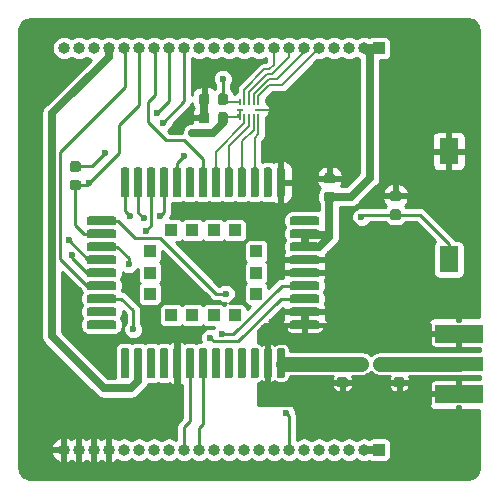
<source format=gbr>
G04 #@! TF.GenerationSoftware,KiCad,Pcbnew,5.99.0-unknown-fd0d5fd~86~ubuntu18.04.1*
G04 #@! TF.CreationDate,2020-01-16T10:32:25-05:00*
G04 #@! TF.ProjectId,bc26_module_board,62633236-5f6d-46f6-9475-6c655f626f61,rev?*
G04 #@! TF.SameCoordinates,Original*
G04 #@! TF.FileFunction,Copper,L1,Top*
G04 #@! TF.FilePolarity,Positive*
%FSLAX46Y46*%
G04 Gerber Fmt 4.6, Leading zero omitted, Abs format (unit mm)*
G04 Created by KiCad (PCBNEW 5.99.0-unknown-fd0d5fd~86~ubuntu18.04.1) date 2020-01-16 10:32:25*
%MOMM*%
%LPD*%
G04 APERTURE LIST*
%ADD10R,0.250000X0.150000*%
%ADD11R,0.600000X0.200000*%
%ADD12R,0.200000X0.600000*%
%ADD13R,1.000000X1.000000*%
%ADD14R,1.600000X2.180000*%
%ADD15O,1.000000X1.000000*%
%ADD16R,4.064000X1.524000*%
%ADD17R,4.064000X1.270000*%
%ADD18C,0.600000*%
%ADD19C,0.250000*%
%ADD20C,0.200000*%
%ADD21C,0.700000*%
%ADD22C,1.230000*%
%ADD23C,0.254000*%
G04 APERTURE END LIST*
D10*
X89025000Y-78625000D03*
D11*
X89200000Y-78200000D03*
D12*
X89200000Y-77550000D03*
X89600000Y-77550000D03*
X90000000Y-77550000D03*
X90400000Y-77550000D03*
X90800000Y-77550000D03*
D11*
X90800000Y-78200000D03*
D12*
X90800000Y-78850000D03*
X90400000Y-78850000D03*
X90000000Y-78850000D03*
X89600000Y-78850000D03*
X89200000Y-78850000D03*
G04 #@! TA.AperFunction,SMDPad,CuDef*
G36*
X86514962Y-76841651D02*
G01*
X86585930Y-76889070D01*
X86633349Y-76960038D01*
X86650000Y-77043750D01*
X86650000Y-77556250D01*
X86633349Y-77639962D01*
X86585930Y-77710930D01*
X86514962Y-77758349D01*
X86431250Y-77775000D01*
X85993750Y-77775000D01*
X85910038Y-77758349D01*
X85839070Y-77710930D01*
X85791651Y-77639962D01*
X85775000Y-77556250D01*
X85775000Y-77043750D01*
X85791651Y-76960038D01*
X85839070Y-76889070D01*
X85910038Y-76841651D01*
X85993750Y-76825000D01*
X86431250Y-76825000D01*
X86514962Y-76841651D01*
G37*
G04 #@! TD.AperFunction*
G04 #@! TA.AperFunction,SMDPad,CuDef*
G36*
X88089962Y-76841651D02*
G01*
X88160930Y-76889070D01*
X88208349Y-76960038D01*
X88225000Y-77043750D01*
X88225000Y-77556250D01*
X88208349Y-77639962D01*
X88160930Y-77710930D01*
X88089962Y-77758349D01*
X88006250Y-77775000D01*
X87568750Y-77775000D01*
X87485038Y-77758349D01*
X87414070Y-77710930D01*
X87366651Y-77639962D01*
X87350000Y-77556250D01*
X87350000Y-77043750D01*
X87366651Y-76960038D01*
X87414070Y-76889070D01*
X87485038Y-76841651D01*
X87568750Y-76825000D01*
X88006250Y-76825000D01*
X88089962Y-76841651D01*
G37*
G04 #@! TD.AperFunction*
G04 #@! TA.AperFunction,SMDPad,CuDef*
G36*
X86514962Y-78441651D02*
G01*
X86585930Y-78489070D01*
X86633349Y-78560038D01*
X86650000Y-78643750D01*
X86650000Y-79156250D01*
X86633349Y-79239962D01*
X86585930Y-79310930D01*
X86514962Y-79358349D01*
X86431250Y-79375000D01*
X85993750Y-79375000D01*
X85910038Y-79358349D01*
X85839070Y-79310930D01*
X85791651Y-79239962D01*
X85775000Y-79156250D01*
X85775000Y-78643750D01*
X85791651Y-78560038D01*
X85839070Y-78489070D01*
X85910038Y-78441651D01*
X85993750Y-78425000D01*
X86431250Y-78425000D01*
X86514962Y-78441651D01*
G37*
G04 #@! TD.AperFunction*
G04 #@! TA.AperFunction,SMDPad,CuDef*
G36*
X88089962Y-78441651D02*
G01*
X88160930Y-78489070D01*
X88208349Y-78560038D01*
X88225000Y-78643750D01*
X88225000Y-79156250D01*
X88208349Y-79239962D01*
X88160930Y-79310930D01*
X88089962Y-79358349D01*
X88006250Y-79375000D01*
X87568750Y-79375000D01*
X87485038Y-79358349D01*
X87414070Y-79310930D01*
X87366651Y-79239962D01*
X87350000Y-79156250D01*
X87350000Y-78643750D01*
X87366651Y-78560038D01*
X87414070Y-78489070D01*
X87485038Y-78441651D01*
X87568750Y-78425000D01*
X88006250Y-78425000D01*
X88089962Y-78441651D01*
G37*
G04 #@! TD.AperFunction*
D13*
X90600000Y-90200000D03*
X90600000Y-92000000D03*
X90600000Y-93800000D03*
X88800000Y-95600000D03*
X87000000Y-95600000D03*
X85200000Y-95600000D03*
X83400000Y-95600000D03*
X81600000Y-93800000D03*
X81600000Y-92000000D03*
X81600000Y-90200000D03*
X83400000Y-88400000D03*
X85200000Y-88400000D03*
X87000000Y-88400000D03*
X88800000Y-88400000D03*
G04 #@! TA.AperFunction,SMDPad,CuDef*
G36*
X95841970Y-87263321D02*
G01*
X95898744Y-87301256D01*
X95936679Y-87358030D01*
X95950000Y-87425000D01*
X95950000Y-87775000D01*
X95936679Y-87841970D01*
X95898744Y-87898744D01*
X95841970Y-87936679D01*
X95775000Y-87950000D01*
X93625000Y-87950000D01*
X93558030Y-87936679D01*
X93501256Y-87898744D01*
X93463321Y-87841970D01*
X93450000Y-87775000D01*
X93450000Y-87425000D01*
X93463321Y-87358030D01*
X93501256Y-87301256D01*
X93558030Y-87263321D01*
X93625000Y-87250000D01*
X95775000Y-87250000D01*
X95841970Y-87263321D01*
G37*
G04 #@! TD.AperFunction*
G04 #@! TA.AperFunction,SMDPad,CuDef*
G36*
X95841970Y-88363321D02*
G01*
X95898744Y-88401256D01*
X95936679Y-88458030D01*
X95950000Y-88525000D01*
X95950000Y-88875000D01*
X95936679Y-88941970D01*
X95898744Y-88998744D01*
X95841970Y-89036679D01*
X95775000Y-89050000D01*
X93625000Y-89050000D01*
X93558030Y-89036679D01*
X93501256Y-88998744D01*
X93463321Y-88941970D01*
X93450000Y-88875000D01*
X93450000Y-88525000D01*
X93463321Y-88458030D01*
X93501256Y-88401256D01*
X93558030Y-88363321D01*
X93625000Y-88350000D01*
X95775000Y-88350000D01*
X95841970Y-88363321D01*
G37*
G04 #@! TD.AperFunction*
G04 #@! TA.AperFunction,SMDPad,CuDef*
G36*
X95841970Y-89463321D02*
G01*
X95898744Y-89501256D01*
X95936679Y-89558030D01*
X95950000Y-89625000D01*
X95950000Y-89975000D01*
X95936679Y-90041970D01*
X95898744Y-90098744D01*
X95841970Y-90136679D01*
X95775000Y-90150000D01*
X93625000Y-90150000D01*
X93558030Y-90136679D01*
X93501256Y-90098744D01*
X93463321Y-90041970D01*
X93450000Y-89975000D01*
X93450000Y-89625000D01*
X93463321Y-89558030D01*
X93501256Y-89501256D01*
X93558030Y-89463321D01*
X93625000Y-89450000D01*
X95775000Y-89450000D01*
X95841970Y-89463321D01*
G37*
G04 #@! TD.AperFunction*
G04 #@! TA.AperFunction,SMDPad,CuDef*
G36*
X95841970Y-90563321D02*
G01*
X95898744Y-90601256D01*
X95936679Y-90658030D01*
X95950000Y-90725000D01*
X95950000Y-91075000D01*
X95936679Y-91141970D01*
X95898744Y-91198744D01*
X95841970Y-91236679D01*
X95775000Y-91250000D01*
X93625000Y-91250000D01*
X93558030Y-91236679D01*
X93501256Y-91198744D01*
X93463321Y-91141970D01*
X93450000Y-91075000D01*
X93450000Y-90725000D01*
X93463321Y-90658030D01*
X93501256Y-90601256D01*
X93558030Y-90563321D01*
X93625000Y-90550000D01*
X95775000Y-90550000D01*
X95841970Y-90563321D01*
G37*
G04 #@! TD.AperFunction*
G04 #@! TA.AperFunction,SMDPad,CuDef*
G36*
X95841970Y-91663321D02*
G01*
X95898744Y-91701256D01*
X95936679Y-91758030D01*
X95950000Y-91825000D01*
X95950000Y-92175000D01*
X95936679Y-92241970D01*
X95898744Y-92298744D01*
X95841970Y-92336679D01*
X95775000Y-92350000D01*
X93625000Y-92350000D01*
X93558030Y-92336679D01*
X93501256Y-92298744D01*
X93463321Y-92241970D01*
X93450000Y-92175000D01*
X93450000Y-91825000D01*
X93463321Y-91758030D01*
X93501256Y-91701256D01*
X93558030Y-91663321D01*
X93625000Y-91650000D01*
X95775000Y-91650000D01*
X95841970Y-91663321D01*
G37*
G04 #@! TD.AperFunction*
G04 #@! TA.AperFunction,SMDPad,CuDef*
G36*
X95841970Y-92763321D02*
G01*
X95898744Y-92801256D01*
X95936679Y-92858030D01*
X95950000Y-92925000D01*
X95950000Y-93275000D01*
X95936679Y-93341970D01*
X95898744Y-93398744D01*
X95841970Y-93436679D01*
X95775000Y-93450000D01*
X93625000Y-93450000D01*
X93558030Y-93436679D01*
X93501256Y-93398744D01*
X93463321Y-93341970D01*
X93450000Y-93275000D01*
X93450000Y-92925000D01*
X93463321Y-92858030D01*
X93501256Y-92801256D01*
X93558030Y-92763321D01*
X93625000Y-92750000D01*
X95775000Y-92750000D01*
X95841970Y-92763321D01*
G37*
G04 #@! TD.AperFunction*
G04 #@! TA.AperFunction,SMDPad,CuDef*
G36*
X95841970Y-93863321D02*
G01*
X95898744Y-93901256D01*
X95936679Y-93958030D01*
X95950000Y-94025000D01*
X95950000Y-94375000D01*
X95936679Y-94441970D01*
X95898744Y-94498744D01*
X95841970Y-94536679D01*
X95775000Y-94550000D01*
X93625000Y-94550000D01*
X93558030Y-94536679D01*
X93501256Y-94498744D01*
X93463321Y-94441970D01*
X93450000Y-94375000D01*
X93450000Y-94025000D01*
X93463321Y-93958030D01*
X93501256Y-93901256D01*
X93558030Y-93863321D01*
X93625000Y-93850000D01*
X95775000Y-93850000D01*
X95841970Y-93863321D01*
G37*
G04 #@! TD.AperFunction*
G04 #@! TA.AperFunction,SMDPad,CuDef*
G36*
X95841970Y-94963321D02*
G01*
X95898744Y-95001256D01*
X95936679Y-95058030D01*
X95950000Y-95125000D01*
X95950000Y-95475000D01*
X95936679Y-95541970D01*
X95898744Y-95598744D01*
X95841970Y-95636679D01*
X95775000Y-95650000D01*
X93625000Y-95650000D01*
X93558030Y-95636679D01*
X93501256Y-95598744D01*
X93463321Y-95541970D01*
X93450000Y-95475000D01*
X93450000Y-95125000D01*
X93463321Y-95058030D01*
X93501256Y-95001256D01*
X93558030Y-94963321D01*
X93625000Y-94950000D01*
X95775000Y-94950000D01*
X95841970Y-94963321D01*
G37*
G04 #@! TD.AperFunction*
G04 #@! TA.AperFunction,SMDPad,CuDef*
G36*
X95841970Y-96063321D02*
G01*
X95898744Y-96101256D01*
X95936679Y-96158030D01*
X95950000Y-96225000D01*
X95950000Y-96575000D01*
X95936679Y-96641970D01*
X95898744Y-96698744D01*
X95841970Y-96736679D01*
X95775000Y-96750000D01*
X93625000Y-96750000D01*
X93558030Y-96736679D01*
X93501256Y-96698744D01*
X93463321Y-96641970D01*
X93450000Y-96575000D01*
X93450000Y-96225000D01*
X93463321Y-96158030D01*
X93501256Y-96101256D01*
X93558030Y-96063321D01*
X93625000Y-96050000D01*
X95775000Y-96050000D01*
X95841970Y-96063321D01*
G37*
G04 #@! TD.AperFunction*
G04 #@! TA.AperFunction,SMDPad,CuDef*
G36*
X92941970Y-98413321D02*
G01*
X92998744Y-98451256D01*
X93036679Y-98508030D01*
X93050000Y-98575000D01*
X93050000Y-100725000D01*
X93036679Y-100791970D01*
X92998744Y-100848744D01*
X92941970Y-100886679D01*
X92875000Y-100900000D01*
X92525000Y-100900000D01*
X92458030Y-100886679D01*
X92401256Y-100848744D01*
X92363321Y-100791970D01*
X92350000Y-100725000D01*
X92350000Y-98575000D01*
X92363321Y-98508030D01*
X92401256Y-98451256D01*
X92458030Y-98413321D01*
X92525000Y-98400000D01*
X92875000Y-98400000D01*
X92941970Y-98413321D01*
G37*
G04 #@! TD.AperFunction*
G04 #@! TA.AperFunction,SMDPad,CuDef*
G36*
X91841970Y-98413321D02*
G01*
X91898744Y-98451256D01*
X91936679Y-98508030D01*
X91950000Y-98575000D01*
X91950000Y-100725000D01*
X91936679Y-100791970D01*
X91898744Y-100848744D01*
X91841970Y-100886679D01*
X91775000Y-100900000D01*
X91425000Y-100900000D01*
X91358030Y-100886679D01*
X91301256Y-100848744D01*
X91263321Y-100791970D01*
X91250000Y-100725000D01*
X91250000Y-98575000D01*
X91263321Y-98508030D01*
X91301256Y-98451256D01*
X91358030Y-98413321D01*
X91425000Y-98400000D01*
X91775000Y-98400000D01*
X91841970Y-98413321D01*
G37*
G04 #@! TD.AperFunction*
G04 #@! TA.AperFunction,SMDPad,CuDef*
G36*
X90741970Y-98413321D02*
G01*
X90798744Y-98451256D01*
X90836679Y-98508030D01*
X90850000Y-98575000D01*
X90850000Y-100725000D01*
X90836679Y-100791970D01*
X90798744Y-100848744D01*
X90741970Y-100886679D01*
X90675000Y-100900000D01*
X90325000Y-100900000D01*
X90258030Y-100886679D01*
X90201256Y-100848744D01*
X90163321Y-100791970D01*
X90150000Y-100725000D01*
X90150000Y-98575000D01*
X90163321Y-98508030D01*
X90201256Y-98451256D01*
X90258030Y-98413321D01*
X90325000Y-98400000D01*
X90675000Y-98400000D01*
X90741970Y-98413321D01*
G37*
G04 #@! TD.AperFunction*
G04 #@! TA.AperFunction,SMDPad,CuDef*
G36*
X89641970Y-98413321D02*
G01*
X89698744Y-98451256D01*
X89736679Y-98508030D01*
X89750000Y-98575000D01*
X89750000Y-100725000D01*
X89736679Y-100791970D01*
X89698744Y-100848744D01*
X89641970Y-100886679D01*
X89575000Y-100900000D01*
X89225000Y-100900000D01*
X89158030Y-100886679D01*
X89101256Y-100848744D01*
X89063321Y-100791970D01*
X89050000Y-100725000D01*
X89050000Y-98575000D01*
X89063321Y-98508030D01*
X89101256Y-98451256D01*
X89158030Y-98413321D01*
X89225000Y-98400000D01*
X89575000Y-98400000D01*
X89641970Y-98413321D01*
G37*
G04 #@! TD.AperFunction*
G04 #@! TA.AperFunction,SMDPad,CuDef*
G36*
X88541970Y-98413321D02*
G01*
X88598744Y-98451256D01*
X88636679Y-98508030D01*
X88650000Y-98575000D01*
X88650000Y-100725000D01*
X88636679Y-100791970D01*
X88598744Y-100848744D01*
X88541970Y-100886679D01*
X88475000Y-100900000D01*
X88125000Y-100900000D01*
X88058030Y-100886679D01*
X88001256Y-100848744D01*
X87963321Y-100791970D01*
X87950000Y-100725000D01*
X87950000Y-98575000D01*
X87963321Y-98508030D01*
X88001256Y-98451256D01*
X88058030Y-98413321D01*
X88125000Y-98400000D01*
X88475000Y-98400000D01*
X88541970Y-98413321D01*
G37*
G04 #@! TD.AperFunction*
G04 #@! TA.AperFunction,SMDPad,CuDef*
G36*
X87441970Y-98413321D02*
G01*
X87498744Y-98451256D01*
X87536679Y-98508030D01*
X87550000Y-98575000D01*
X87550000Y-100725000D01*
X87536679Y-100791970D01*
X87498744Y-100848744D01*
X87441970Y-100886679D01*
X87375000Y-100900000D01*
X87025000Y-100900000D01*
X86958030Y-100886679D01*
X86901256Y-100848744D01*
X86863321Y-100791970D01*
X86850000Y-100725000D01*
X86850000Y-98575000D01*
X86863321Y-98508030D01*
X86901256Y-98451256D01*
X86958030Y-98413321D01*
X87025000Y-98400000D01*
X87375000Y-98400000D01*
X87441970Y-98413321D01*
G37*
G04 #@! TD.AperFunction*
G04 #@! TA.AperFunction,SMDPad,CuDef*
G36*
X86341970Y-98413321D02*
G01*
X86398744Y-98451256D01*
X86436679Y-98508030D01*
X86450000Y-98575000D01*
X86450000Y-100725000D01*
X86436679Y-100791970D01*
X86398744Y-100848744D01*
X86341970Y-100886679D01*
X86275000Y-100900000D01*
X85925000Y-100900000D01*
X85858030Y-100886679D01*
X85801256Y-100848744D01*
X85763321Y-100791970D01*
X85750000Y-100725000D01*
X85750000Y-98575000D01*
X85763321Y-98508030D01*
X85801256Y-98451256D01*
X85858030Y-98413321D01*
X85925000Y-98400000D01*
X86275000Y-98400000D01*
X86341970Y-98413321D01*
G37*
G04 #@! TD.AperFunction*
G04 #@! TA.AperFunction,SMDPad,CuDef*
G36*
X85241970Y-98413321D02*
G01*
X85298744Y-98451256D01*
X85336679Y-98508030D01*
X85350000Y-98575000D01*
X85350000Y-100725000D01*
X85336679Y-100791970D01*
X85298744Y-100848744D01*
X85241970Y-100886679D01*
X85175000Y-100900000D01*
X84825000Y-100900000D01*
X84758030Y-100886679D01*
X84701256Y-100848744D01*
X84663321Y-100791970D01*
X84650000Y-100725000D01*
X84650000Y-98575000D01*
X84663321Y-98508030D01*
X84701256Y-98451256D01*
X84758030Y-98413321D01*
X84825000Y-98400000D01*
X85175000Y-98400000D01*
X85241970Y-98413321D01*
G37*
G04 #@! TD.AperFunction*
G04 #@! TA.AperFunction,SMDPad,CuDef*
G36*
X84141970Y-98413321D02*
G01*
X84198744Y-98451256D01*
X84236679Y-98508030D01*
X84250000Y-98575000D01*
X84250000Y-100725000D01*
X84236679Y-100791970D01*
X84198744Y-100848744D01*
X84141970Y-100886679D01*
X84075000Y-100900000D01*
X83725000Y-100900000D01*
X83658030Y-100886679D01*
X83601256Y-100848744D01*
X83563321Y-100791970D01*
X83550000Y-100725000D01*
X83550000Y-98575000D01*
X83563321Y-98508030D01*
X83601256Y-98451256D01*
X83658030Y-98413321D01*
X83725000Y-98400000D01*
X84075000Y-98400000D01*
X84141970Y-98413321D01*
G37*
G04 #@! TD.AperFunction*
G04 #@! TA.AperFunction,SMDPad,CuDef*
G36*
X83041970Y-98413321D02*
G01*
X83098744Y-98451256D01*
X83136679Y-98508030D01*
X83150000Y-98575000D01*
X83150000Y-100725000D01*
X83136679Y-100791970D01*
X83098744Y-100848744D01*
X83041970Y-100886679D01*
X82975000Y-100900000D01*
X82625000Y-100900000D01*
X82558030Y-100886679D01*
X82501256Y-100848744D01*
X82463321Y-100791970D01*
X82450000Y-100725000D01*
X82450000Y-98575000D01*
X82463321Y-98508030D01*
X82501256Y-98451256D01*
X82558030Y-98413321D01*
X82625000Y-98400000D01*
X82975000Y-98400000D01*
X83041970Y-98413321D01*
G37*
G04 #@! TD.AperFunction*
G04 #@! TA.AperFunction,SMDPad,CuDef*
G36*
X81941970Y-98413321D02*
G01*
X81998744Y-98451256D01*
X82036679Y-98508030D01*
X82050000Y-98575000D01*
X82050000Y-100725000D01*
X82036679Y-100791970D01*
X81998744Y-100848744D01*
X81941970Y-100886679D01*
X81875000Y-100900000D01*
X81525000Y-100900000D01*
X81458030Y-100886679D01*
X81401256Y-100848744D01*
X81363321Y-100791970D01*
X81350000Y-100725000D01*
X81350000Y-98575000D01*
X81363321Y-98508030D01*
X81401256Y-98451256D01*
X81458030Y-98413321D01*
X81525000Y-98400000D01*
X81875000Y-98400000D01*
X81941970Y-98413321D01*
G37*
G04 #@! TD.AperFunction*
G04 #@! TA.AperFunction,SMDPad,CuDef*
G36*
X80841970Y-98413321D02*
G01*
X80898744Y-98451256D01*
X80936679Y-98508030D01*
X80950000Y-98575000D01*
X80950000Y-100725000D01*
X80936679Y-100791970D01*
X80898744Y-100848744D01*
X80841970Y-100886679D01*
X80775000Y-100900000D01*
X80425000Y-100900000D01*
X80358030Y-100886679D01*
X80301256Y-100848744D01*
X80263321Y-100791970D01*
X80250000Y-100725000D01*
X80250000Y-98575000D01*
X80263321Y-98508030D01*
X80301256Y-98451256D01*
X80358030Y-98413321D01*
X80425000Y-98400000D01*
X80775000Y-98400000D01*
X80841970Y-98413321D01*
G37*
G04 #@! TD.AperFunction*
G04 #@! TA.AperFunction,SMDPad,CuDef*
G36*
X79741970Y-98413321D02*
G01*
X79798744Y-98451256D01*
X79836679Y-98508030D01*
X79850000Y-98575000D01*
X79850000Y-100725000D01*
X79836679Y-100791970D01*
X79798744Y-100848744D01*
X79741970Y-100886679D01*
X79675000Y-100900000D01*
X79325000Y-100900000D01*
X79258030Y-100886679D01*
X79201256Y-100848744D01*
X79163321Y-100791970D01*
X79150000Y-100725000D01*
X79150000Y-98575000D01*
X79163321Y-98508030D01*
X79201256Y-98451256D01*
X79258030Y-98413321D01*
X79325000Y-98400000D01*
X79675000Y-98400000D01*
X79741970Y-98413321D01*
G37*
G04 #@! TD.AperFunction*
G04 #@! TA.AperFunction,SMDPad,CuDef*
G36*
X78641970Y-96063321D02*
G01*
X78698744Y-96101256D01*
X78736679Y-96158030D01*
X78750000Y-96225000D01*
X78750000Y-96575000D01*
X78736679Y-96641970D01*
X78698744Y-96698744D01*
X78641970Y-96736679D01*
X78575000Y-96750000D01*
X76425000Y-96750000D01*
X76358030Y-96736679D01*
X76301256Y-96698744D01*
X76263321Y-96641970D01*
X76250000Y-96575000D01*
X76250000Y-96225000D01*
X76263321Y-96158030D01*
X76301256Y-96101256D01*
X76358030Y-96063321D01*
X76425000Y-96050000D01*
X78575000Y-96050000D01*
X78641970Y-96063321D01*
G37*
G04 #@! TD.AperFunction*
G04 #@! TA.AperFunction,SMDPad,CuDef*
G36*
X78641970Y-94963321D02*
G01*
X78698744Y-95001256D01*
X78736679Y-95058030D01*
X78750000Y-95125000D01*
X78750000Y-95475000D01*
X78736679Y-95541970D01*
X78698744Y-95598744D01*
X78641970Y-95636679D01*
X78575000Y-95650000D01*
X76425000Y-95650000D01*
X76358030Y-95636679D01*
X76301256Y-95598744D01*
X76263321Y-95541970D01*
X76250000Y-95475000D01*
X76250000Y-95125000D01*
X76263321Y-95058030D01*
X76301256Y-95001256D01*
X76358030Y-94963321D01*
X76425000Y-94950000D01*
X78575000Y-94950000D01*
X78641970Y-94963321D01*
G37*
G04 #@! TD.AperFunction*
G04 #@! TA.AperFunction,SMDPad,CuDef*
G36*
X78641970Y-93863321D02*
G01*
X78698744Y-93901256D01*
X78736679Y-93958030D01*
X78750000Y-94025000D01*
X78750000Y-94375000D01*
X78736679Y-94441970D01*
X78698744Y-94498744D01*
X78641970Y-94536679D01*
X78575000Y-94550000D01*
X76425000Y-94550000D01*
X76358030Y-94536679D01*
X76301256Y-94498744D01*
X76263321Y-94441970D01*
X76250000Y-94375000D01*
X76250000Y-94025000D01*
X76263321Y-93958030D01*
X76301256Y-93901256D01*
X76358030Y-93863321D01*
X76425000Y-93850000D01*
X78575000Y-93850000D01*
X78641970Y-93863321D01*
G37*
G04 #@! TD.AperFunction*
G04 #@! TA.AperFunction,SMDPad,CuDef*
G36*
X78641970Y-92763321D02*
G01*
X78698744Y-92801256D01*
X78736679Y-92858030D01*
X78750000Y-92925000D01*
X78750000Y-93275000D01*
X78736679Y-93341970D01*
X78698744Y-93398744D01*
X78641970Y-93436679D01*
X78575000Y-93450000D01*
X76425000Y-93450000D01*
X76358030Y-93436679D01*
X76301256Y-93398744D01*
X76263321Y-93341970D01*
X76250000Y-93275000D01*
X76250000Y-92925000D01*
X76263321Y-92858030D01*
X76301256Y-92801256D01*
X76358030Y-92763321D01*
X76425000Y-92750000D01*
X78575000Y-92750000D01*
X78641970Y-92763321D01*
G37*
G04 #@! TD.AperFunction*
G04 #@! TA.AperFunction,SMDPad,CuDef*
G36*
X78641970Y-91663321D02*
G01*
X78698744Y-91701256D01*
X78736679Y-91758030D01*
X78750000Y-91825000D01*
X78750000Y-92175000D01*
X78736679Y-92241970D01*
X78698744Y-92298744D01*
X78641970Y-92336679D01*
X78575000Y-92350000D01*
X76425000Y-92350000D01*
X76358030Y-92336679D01*
X76301256Y-92298744D01*
X76263321Y-92241970D01*
X76250000Y-92175000D01*
X76250000Y-91825000D01*
X76263321Y-91758030D01*
X76301256Y-91701256D01*
X76358030Y-91663321D01*
X76425000Y-91650000D01*
X78575000Y-91650000D01*
X78641970Y-91663321D01*
G37*
G04 #@! TD.AperFunction*
G04 #@! TA.AperFunction,SMDPad,CuDef*
G36*
X78641970Y-90563321D02*
G01*
X78698744Y-90601256D01*
X78736679Y-90658030D01*
X78750000Y-90725000D01*
X78750000Y-91075000D01*
X78736679Y-91141970D01*
X78698744Y-91198744D01*
X78641970Y-91236679D01*
X78575000Y-91250000D01*
X76425000Y-91250000D01*
X76358030Y-91236679D01*
X76301256Y-91198744D01*
X76263321Y-91141970D01*
X76250000Y-91075000D01*
X76250000Y-90725000D01*
X76263321Y-90658030D01*
X76301256Y-90601256D01*
X76358030Y-90563321D01*
X76425000Y-90550000D01*
X78575000Y-90550000D01*
X78641970Y-90563321D01*
G37*
G04 #@! TD.AperFunction*
G04 #@! TA.AperFunction,SMDPad,CuDef*
G36*
X78641970Y-89463321D02*
G01*
X78698744Y-89501256D01*
X78736679Y-89558030D01*
X78750000Y-89625000D01*
X78750000Y-89975000D01*
X78736679Y-90041970D01*
X78698744Y-90098744D01*
X78641970Y-90136679D01*
X78575000Y-90150000D01*
X76425000Y-90150000D01*
X76358030Y-90136679D01*
X76301256Y-90098744D01*
X76263321Y-90041970D01*
X76250000Y-89975000D01*
X76250000Y-89625000D01*
X76263321Y-89558030D01*
X76301256Y-89501256D01*
X76358030Y-89463321D01*
X76425000Y-89450000D01*
X78575000Y-89450000D01*
X78641970Y-89463321D01*
G37*
G04 #@! TD.AperFunction*
G04 #@! TA.AperFunction,SMDPad,CuDef*
G36*
X78641970Y-88363321D02*
G01*
X78698744Y-88401256D01*
X78736679Y-88458030D01*
X78750000Y-88525000D01*
X78750000Y-88875000D01*
X78736679Y-88941970D01*
X78698744Y-88998744D01*
X78641970Y-89036679D01*
X78575000Y-89050000D01*
X76425000Y-89050000D01*
X76358030Y-89036679D01*
X76301256Y-88998744D01*
X76263321Y-88941970D01*
X76250000Y-88875000D01*
X76250000Y-88525000D01*
X76263321Y-88458030D01*
X76301256Y-88401256D01*
X76358030Y-88363321D01*
X76425000Y-88350000D01*
X78575000Y-88350000D01*
X78641970Y-88363321D01*
G37*
G04 #@! TD.AperFunction*
G04 #@! TA.AperFunction,SMDPad,CuDef*
G36*
X78641970Y-87263321D02*
G01*
X78698744Y-87301256D01*
X78736679Y-87358030D01*
X78750000Y-87425000D01*
X78750000Y-87775000D01*
X78736679Y-87841970D01*
X78698744Y-87898744D01*
X78641970Y-87936679D01*
X78575000Y-87950000D01*
X76425000Y-87950000D01*
X76358030Y-87936679D01*
X76301256Y-87898744D01*
X76263321Y-87841970D01*
X76250000Y-87775000D01*
X76250000Y-87425000D01*
X76263321Y-87358030D01*
X76301256Y-87301256D01*
X76358030Y-87263321D01*
X76425000Y-87250000D01*
X78575000Y-87250000D01*
X78641970Y-87263321D01*
G37*
G04 #@! TD.AperFunction*
G04 #@! TA.AperFunction,SMDPad,CuDef*
G36*
X79741970Y-83113321D02*
G01*
X79798744Y-83151256D01*
X79836679Y-83208030D01*
X79850000Y-83275000D01*
X79850000Y-85425000D01*
X79836679Y-85491970D01*
X79798744Y-85548744D01*
X79741970Y-85586679D01*
X79675000Y-85600000D01*
X79325000Y-85600000D01*
X79258030Y-85586679D01*
X79201256Y-85548744D01*
X79163321Y-85491970D01*
X79150000Y-85425000D01*
X79150000Y-83275000D01*
X79163321Y-83208030D01*
X79201256Y-83151256D01*
X79258030Y-83113321D01*
X79325000Y-83100000D01*
X79675000Y-83100000D01*
X79741970Y-83113321D01*
G37*
G04 #@! TD.AperFunction*
G04 #@! TA.AperFunction,SMDPad,CuDef*
G36*
X80841970Y-83113321D02*
G01*
X80898744Y-83151256D01*
X80936679Y-83208030D01*
X80950000Y-83275000D01*
X80950000Y-85425000D01*
X80936679Y-85491970D01*
X80898744Y-85548744D01*
X80841970Y-85586679D01*
X80775000Y-85600000D01*
X80425000Y-85600000D01*
X80358030Y-85586679D01*
X80301256Y-85548744D01*
X80263321Y-85491970D01*
X80250000Y-85425000D01*
X80250000Y-83275000D01*
X80263321Y-83208030D01*
X80301256Y-83151256D01*
X80358030Y-83113321D01*
X80425000Y-83100000D01*
X80775000Y-83100000D01*
X80841970Y-83113321D01*
G37*
G04 #@! TD.AperFunction*
G04 #@! TA.AperFunction,SMDPad,CuDef*
G36*
X81941970Y-83113321D02*
G01*
X81998744Y-83151256D01*
X82036679Y-83208030D01*
X82050000Y-83275000D01*
X82050000Y-85425000D01*
X82036679Y-85491970D01*
X81998744Y-85548744D01*
X81941970Y-85586679D01*
X81875000Y-85600000D01*
X81525000Y-85600000D01*
X81458030Y-85586679D01*
X81401256Y-85548744D01*
X81363321Y-85491970D01*
X81350000Y-85425000D01*
X81350000Y-83275000D01*
X81363321Y-83208030D01*
X81401256Y-83151256D01*
X81458030Y-83113321D01*
X81525000Y-83100000D01*
X81875000Y-83100000D01*
X81941970Y-83113321D01*
G37*
G04 #@! TD.AperFunction*
G04 #@! TA.AperFunction,SMDPad,CuDef*
G36*
X83041970Y-83113321D02*
G01*
X83098744Y-83151256D01*
X83136679Y-83208030D01*
X83150000Y-83275000D01*
X83150000Y-85425000D01*
X83136679Y-85491970D01*
X83098744Y-85548744D01*
X83041970Y-85586679D01*
X82975000Y-85600000D01*
X82625000Y-85600000D01*
X82558030Y-85586679D01*
X82501256Y-85548744D01*
X82463321Y-85491970D01*
X82450000Y-85425000D01*
X82450000Y-83275000D01*
X82463321Y-83208030D01*
X82501256Y-83151256D01*
X82558030Y-83113321D01*
X82625000Y-83100000D01*
X82975000Y-83100000D01*
X83041970Y-83113321D01*
G37*
G04 #@! TD.AperFunction*
G04 #@! TA.AperFunction,SMDPad,CuDef*
G36*
X84141970Y-83113321D02*
G01*
X84198744Y-83151256D01*
X84236679Y-83208030D01*
X84250000Y-83275000D01*
X84250000Y-85425000D01*
X84236679Y-85491970D01*
X84198744Y-85548744D01*
X84141970Y-85586679D01*
X84075000Y-85600000D01*
X83725000Y-85600000D01*
X83658030Y-85586679D01*
X83601256Y-85548744D01*
X83563321Y-85491970D01*
X83550000Y-85425000D01*
X83550000Y-83275000D01*
X83563321Y-83208030D01*
X83601256Y-83151256D01*
X83658030Y-83113321D01*
X83725000Y-83100000D01*
X84075000Y-83100000D01*
X84141970Y-83113321D01*
G37*
G04 #@! TD.AperFunction*
G04 #@! TA.AperFunction,SMDPad,CuDef*
G36*
X85241970Y-83113321D02*
G01*
X85298744Y-83151256D01*
X85336679Y-83208030D01*
X85350000Y-83275000D01*
X85350000Y-85425000D01*
X85336679Y-85491970D01*
X85298744Y-85548744D01*
X85241970Y-85586679D01*
X85175000Y-85600000D01*
X84825000Y-85600000D01*
X84758030Y-85586679D01*
X84701256Y-85548744D01*
X84663321Y-85491970D01*
X84650000Y-85425000D01*
X84650000Y-83275000D01*
X84663321Y-83208030D01*
X84701256Y-83151256D01*
X84758030Y-83113321D01*
X84825000Y-83100000D01*
X85175000Y-83100000D01*
X85241970Y-83113321D01*
G37*
G04 #@! TD.AperFunction*
G04 #@! TA.AperFunction,SMDPad,CuDef*
G36*
X86341970Y-83113321D02*
G01*
X86398744Y-83151256D01*
X86436679Y-83208030D01*
X86450000Y-83275000D01*
X86450000Y-85425000D01*
X86436679Y-85491970D01*
X86398744Y-85548744D01*
X86341970Y-85586679D01*
X86275000Y-85600000D01*
X85925000Y-85600000D01*
X85858030Y-85586679D01*
X85801256Y-85548744D01*
X85763321Y-85491970D01*
X85750000Y-85425000D01*
X85750000Y-83275000D01*
X85763321Y-83208030D01*
X85801256Y-83151256D01*
X85858030Y-83113321D01*
X85925000Y-83100000D01*
X86275000Y-83100000D01*
X86341970Y-83113321D01*
G37*
G04 #@! TD.AperFunction*
G04 #@! TA.AperFunction,SMDPad,CuDef*
G36*
X87441970Y-83113321D02*
G01*
X87498744Y-83151256D01*
X87536679Y-83208030D01*
X87550000Y-83275000D01*
X87550000Y-85425000D01*
X87536679Y-85491970D01*
X87498744Y-85548744D01*
X87441970Y-85586679D01*
X87375000Y-85600000D01*
X87025000Y-85600000D01*
X86958030Y-85586679D01*
X86901256Y-85548744D01*
X86863321Y-85491970D01*
X86850000Y-85425000D01*
X86850000Y-83275000D01*
X86863321Y-83208030D01*
X86901256Y-83151256D01*
X86958030Y-83113321D01*
X87025000Y-83100000D01*
X87375000Y-83100000D01*
X87441970Y-83113321D01*
G37*
G04 #@! TD.AperFunction*
G04 #@! TA.AperFunction,SMDPad,CuDef*
G36*
X88541970Y-83113321D02*
G01*
X88598744Y-83151256D01*
X88636679Y-83208030D01*
X88650000Y-83275000D01*
X88650000Y-85425000D01*
X88636679Y-85491970D01*
X88598744Y-85548744D01*
X88541970Y-85586679D01*
X88475000Y-85600000D01*
X88125000Y-85600000D01*
X88058030Y-85586679D01*
X88001256Y-85548744D01*
X87963321Y-85491970D01*
X87950000Y-85425000D01*
X87950000Y-83275000D01*
X87963321Y-83208030D01*
X88001256Y-83151256D01*
X88058030Y-83113321D01*
X88125000Y-83100000D01*
X88475000Y-83100000D01*
X88541970Y-83113321D01*
G37*
G04 #@! TD.AperFunction*
G04 #@! TA.AperFunction,SMDPad,CuDef*
G36*
X89641970Y-83113321D02*
G01*
X89698744Y-83151256D01*
X89736679Y-83208030D01*
X89750000Y-83275000D01*
X89750000Y-85425000D01*
X89736679Y-85491970D01*
X89698744Y-85548744D01*
X89641970Y-85586679D01*
X89575000Y-85600000D01*
X89225000Y-85600000D01*
X89158030Y-85586679D01*
X89101256Y-85548744D01*
X89063321Y-85491970D01*
X89050000Y-85425000D01*
X89050000Y-83275000D01*
X89063321Y-83208030D01*
X89101256Y-83151256D01*
X89158030Y-83113321D01*
X89225000Y-83100000D01*
X89575000Y-83100000D01*
X89641970Y-83113321D01*
G37*
G04 #@! TD.AperFunction*
G04 #@! TA.AperFunction,SMDPad,CuDef*
G36*
X90741970Y-83113321D02*
G01*
X90798744Y-83151256D01*
X90836679Y-83208030D01*
X90850000Y-83275000D01*
X90850000Y-85425000D01*
X90836679Y-85491970D01*
X90798744Y-85548744D01*
X90741970Y-85586679D01*
X90675000Y-85600000D01*
X90325000Y-85600000D01*
X90258030Y-85586679D01*
X90201256Y-85548744D01*
X90163321Y-85491970D01*
X90150000Y-85425000D01*
X90150000Y-83275000D01*
X90163321Y-83208030D01*
X90201256Y-83151256D01*
X90258030Y-83113321D01*
X90325000Y-83100000D01*
X90675000Y-83100000D01*
X90741970Y-83113321D01*
G37*
G04 #@! TD.AperFunction*
G04 #@! TA.AperFunction,SMDPad,CuDef*
G36*
X91841970Y-83113321D02*
G01*
X91898744Y-83151256D01*
X91936679Y-83208030D01*
X91950000Y-83275000D01*
X91950000Y-85425000D01*
X91936679Y-85491970D01*
X91898744Y-85548744D01*
X91841970Y-85586679D01*
X91775000Y-85600000D01*
X91425000Y-85600000D01*
X91358030Y-85586679D01*
X91301256Y-85548744D01*
X91263321Y-85491970D01*
X91250000Y-85425000D01*
X91250000Y-83275000D01*
X91263321Y-83208030D01*
X91301256Y-83151256D01*
X91358030Y-83113321D01*
X91425000Y-83100000D01*
X91775000Y-83100000D01*
X91841970Y-83113321D01*
G37*
G04 #@! TD.AperFunction*
G04 #@! TA.AperFunction,SMDPad,CuDef*
G36*
X92941970Y-83113321D02*
G01*
X92998744Y-83151256D01*
X93036679Y-83208030D01*
X93050000Y-83275000D01*
X93050000Y-85425000D01*
X93036679Y-85491970D01*
X92998744Y-85548744D01*
X92941970Y-85586679D01*
X92875000Y-85600000D01*
X92525000Y-85600000D01*
X92458030Y-85586679D01*
X92401256Y-85548744D01*
X92363321Y-85491970D01*
X92350000Y-85425000D01*
X92350000Y-83275000D01*
X92363321Y-83208030D01*
X92401256Y-83151256D01*
X92458030Y-83113321D01*
X92525000Y-83100000D01*
X92875000Y-83100000D01*
X92941970Y-83113321D01*
G37*
G04 #@! TD.AperFunction*
D14*
X106900000Y-90890000D03*
X106900000Y-81710000D03*
G04 #@! TA.AperFunction,SMDPad,CuDef*
G36*
X75639962Y-82591651D02*
G01*
X75710930Y-82639070D01*
X75758349Y-82710038D01*
X75775000Y-82793750D01*
X75775000Y-83231250D01*
X75758349Y-83314962D01*
X75710930Y-83385930D01*
X75639962Y-83433349D01*
X75556250Y-83450000D01*
X75043750Y-83450000D01*
X74960038Y-83433349D01*
X74889070Y-83385930D01*
X74841651Y-83314962D01*
X74825000Y-83231250D01*
X74825000Y-82793750D01*
X74841651Y-82710038D01*
X74889070Y-82639070D01*
X74960038Y-82591651D01*
X75043750Y-82575000D01*
X75556250Y-82575000D01*
X75639962Y-82591651D01*
G37*
G04 #@! TD.AperFunction*
G04 #@! TA.AperFunction,SMDPad,CuDef*
G36*
X75639962Y-84166651D02*
G01*
X75710930Y-84214070D01*
X75758349Y-84285038D01*
X75775000Y-84368750D01*
X75775000Y-84806250D01*
X75758349Y-84889962D01*
X75710930Y-84960930D01*
X75639962Y-85008349D01*
X75556250Y-85025000D01*
X75043750Y-85025000D01*
X74960038Y-85008349D01*
X74889070Y-84960930D01*
X74841651Y-84889962D01*
X74825000Y-84806250D01*
X74825000Y-84368750D01*
X74841651Y-84285038D01*
X74889070Y-84214070D01*
X74960038Y-84166651D01*
X75043750Y-84150000D01*
X75556250Y-84150000D01*
X75639962Y-84166651D01*
G37*
G04 #@! TD.AperFunction*
G04 #@! TA.AperFunction,SMDPad,CuDef*
G36*
X99814962Y-99241651D02*
G01*
X99885930Y-99289070D01*
X99933349Y-99360038D01*
X99950000Y-99443750D01*
X99950000Y-99956250D01*
X99933349Y-100039962D01*
X99885930Y-100110930D01*
X99814962Y-100158349D01*
X99731250Y-100175000D01*
X99293750Y-100175000D01*
X99210038Y-100158349D01*
X99139070Y-100110930D01*
X99091651Y-100039962D01*
X99075000Y-99956250D01*
X99075000Y-99443750D01*
X99091651Y-99360038D01*
X99139070Y-99289070D01*
X99210038Y-99241651D01*
X99293750Y-99225000D01*
X99731250Y-99225000D01*
X99814962Y-99241651D01*
G37*
G04 #@! TD.AperFunction*
G04 #@! TA.AperFunction,SMDPad,CuDef*
G36*
X101389962Y-99241651D02*
G01*
X101460930Y-99289070D01*
X101508349Y-99360038D01*
X101525000Y-99443750D01*
X101525000Y-99956250D01*
X101508349Y-100039962D01*
X101460930Y-100110930D01*
X101389962Y-100158349D01*
X101306250Y-100175000D01*
X100868750Y-100175000D01*
X100785038Y-100158349D01*
X100714070Y-100110930D01*
X100666651Y-100039962D01*
X100650000Y-99956250D01*
X100650000Y-99443750D01*
X100666651Y-99360038D01*
X100714070Y-99289070D01*
X100785038Y-99241651D01*
X100868750Y-99225000D01*
X101306250Y-99225000D01*
X101389962Y-99241651D01*
G37*
G04 #@! TD.AperFunction*
D15*
X74330000Y-107000000D03*
X75600000Y-107000000D03*
X76870000Y-107000000D03*
X78140000Y-107000000D03*
X79410000Y-107000000D03*
X80680000Y-107000000D03*
X81950000Y-107000000D03*
X83220000Y-107000000D03*
X84490000Y-107000000D03*
X85760000Y-107000000D03*
X87030000Y-107000000D03*
X88300000Y-107000000D03*
X89570000Y-107000000D03*
X90840000Y-107000000D03*
X92110000Y-107000000D03*
X93380000Y-107000000D03*
X94650000Y-107000000D03*
X95920000Y-107000000D03*
X97190000Y-107000000D03*
X98460000Y-107000000D03*
X99730000Y-107000000D03*
D13*
X101000000Y-107000000D03*
D15*
X74330000Y-73000000D03*
X75600000Y-73000000D03*
X76870000Y-73000000D03*
X78140000Y-73000000D03*
X79410000Y-73000000D03*
X80680000Y-73000000D03*
X81950000Y-73000000D03*
X83220000Y-73000000D03*
X84490000Y-73000000D03*
X85760000Y-73000000D03*
X87030000Y-73000000D03*
X88300000Y-73000000D03*
X89570000Y-73000000D03*
X90840000Y-73000000D03*
X92110000Y-73000000D03*
X93380000Y-73000000D03*
X94650000Y-73000000D03*
X95920000Y-73000000D03*
X97190000Y-73000000D03*
X98460000Y-73000000D03*
X99730000Y-73000000D03*
D13*
X101000000Y-73000000D03*
D16*
X107768000Y-102240000D03*
X107768000Y-97160000D03*
D17*
X107768000Y-99700000D03*
G04 #@! TA.AperFunction,SMDPad,CuDef*
G36*
X102739962Y-85091651D02*
G01*
X102810930Y-85139070D01*
X102858349Y-85210038D01*
X102875000Y-85293750D01*
X102875000Y-85731250D01*
X102858349Y-85814962D01*
X102810930Y-85885930D01*
X102739962Y-85933349D01*
X102656250Y-85950000D01*
X102143750Y-85950000D01*
X102060038Y-85933349D01*
X101989070Y-85885930D01*
X101941651Y-85814962D01*
X101925000Y-85731250D01*
X101925000Y-85293750D01*
X101941651Y-85210038D01*
X101989070Y-85139070D01*
X102060038Y-85091651D01*
X102143750Y-85075000D01*
X102656250Y-85075000D01*
X102739962Y-85091651D01*
G37*
G04 #@! TD.AperFunction*
G04 #@! TA.AperFunction,SMDPad,CuDef*
G36*
X102739962Y-86666651D02*
G01*
X102810930Y-86714070D01*
X102858349Y-86785038D01*
X102875000Y-86868750D01*
X102875000Y-87306250D01*
X102858349Y-87389962D01*
X102810930Y-87460930D01*
X102739962Y-87508349D01*
X102656250Y-87525000D01*
X102143750Y-87525000D01*
X102060038Y-87508349D01*
X101989070Y-87460930D01*
X101941651Y-87389962D01*
X101925000Y-87306250D01*
X101925000Y-86868750D01*
X101941651Y-86785038D01*
X101989070Y-86714070D01*
X102060038Y-86666651D01*
X102143750Y-86650000D01*
X102656250Y-86650000D01*
X102739962Y-86666651D01*
G37*
G04 #@! TD.AperFunction*
G04 #@! TA.AperFunction,SMDPad,CuDef*
G36*
X103039962Y-100866651D02*
G01*
X103110930Y-100914070D01*
X103158349Y-100985038D01*
X103175000Y-101068750D01*
X103175000Y-101506250D01*
X103158349Y-101589962D01*
X103110930Y-101660930D01*
X103039962Y-101708349D01*
X102956250Y-101725000D01*
X102443750Y-101725000D01*
X102360038Y-101708349D01*
X102289070Y-101660930D01*
X102241651Y-101589962D01*
X102225000Y-101506250D01*
X102225000Y-101068750D01*
X102241651Y-100985038D01*
X102289070Y-100914070D01*
X102360038Y-100866651D01*
X102443750Y-100850000D01*
X102956250Y-100850000D01*
X103039962Y-100866651D01*
G37*
G04 #@! TD.AperFunction*
G04 #@! TA.AperFunction,SMDPad,CuDef*
G36*
X103039962Y-99291651D02*
G01*
X103110930Y-99339070D01*
X103158349Y-99410038D01*
X103175000Y-99493750D01*
X103175000Y-99931250D01*
X103158349Y-100014962D01*
X103110930Y-100085930D01*
X103039962Y-100133349D01*
X102956250Y-100150000D01*
X102443750Y-100150000D01*
X102360038Y-100133349D01*
X102289070Y-100085930D01*
X102241651Y-100014962D01*
X102225000Y-99931250D01*
X102225000Y-99493750D01*
X102241651Y-99410038D01*
X102289070Y-99339070D01*
X102360038Y-99291651D01*
X102443750Y-99275000D01*
X102956250Y-99275000D01*
X103039962Y-99291651D01*
G37*
G04 #@! TD.AperFunction*
G04 #@! TA.AperFunction,SMDPad,CuDef*
G36*
X98239962Y-100866651D02*
G01*
X98310930Y-100914070D01*
X98358349Y-100985038D01*
X98375000Y-101068750D01*
X98375000Y-101506250D01*
X98358349Y-101589962D01*
X98310930Y-101660930D01*
X98239962Y-101708349D01*
X98156250Y-101725000D01*
X97643750Y-101725000D01*
X97560038Y-101708349D01*
X97489070Y-101660930D01*
X97441651Y-101589962D01*
X97425000Y-101506250D01*
X97425000Y-101068750D01*
X97441651Y-100985038D01*
X97489070Y-100914070D01*
X97560038Y-100866651D01*
X97643750Y-100850000D01*
X98156250Y-100850000D01*
X98239962Y-100866651D01*
G37*
G04 #@! TD.AperFunction*
G04 #@! TA.AperFunction,SMDPad,CuDef*
G36*
X98239962Y-99291651D02*
G01*
X98310930Y-99339070D01*
X98358349Y-99410038D01*
X98375000Y-99493750D01*
X98375000Y-99931250D01*
X98358349Y-100014962D01*
X98310930Y-100085930D01*
X98239962Y-100133349D01*
X98156250Y-100150000D01*
X97643750Y-100150000D01*
X97560038Y-100133349D01*
X97489070Y-100085930D01*
X97441651Y-100014962D01*
X97425000Y-99931250D01*
X97425000Y-99493750D01*
X97441651Y-99410038D01*
X97489070Y-99339070D01*
X97560038Y-99291651D01*
X97643750Y-99275000D01*
X98156250Y-99275000D01*
X98239962Y-99291651D01*
G37*
G04 #@! TD.AperFunction*
G04 #@! TA.AperFunction,SMDPad,CuDef*
G36*
X97139962Y-83591651D02*
G01*
X97210930Y-83639070D01*
X97258349Y-83710038D01*
X97275000Y-83793750D01*
X97275000Y-84231250D01*
X97258349Y-84314962D01*
X97210930Y-84385930D01*
X97139962Y-84433349D01*
X97056250Y-84450000D01*
X96543750Y-84450000D01*
X96460038Y-84433349D01*
X96389070Y-84385930D01*
X96341651Y-84314962D01*
X96325000Y-84231250D01*
X96325000Y-83793750D01*
X96341651Y-83710038D01*
X96389070Y-83639070D01*
X96460038Y-83591651D01*
X96543750Y-83575000D01*
X97056250Y-83575000D01*
X97139962Y-83591651D01*
G37*
G04 #@! TD.AperFunction*
G04 #@! TA.AperFunction,SMDPad,CuDef*
G36*
X97139962Y-85166651D02*
G01*
X97210930Y-85214070D01*
X97258349Y-85285038D01*
X97275000Y-85368750D01*
X97275000Y-85806250D01*
X97258349Y-85889962D01*
X97210930Y-85960930D01*
X97139962Y-86008349D01*
X97056250Y-86025000D01*
X96543750Y-86025000D01*
X96460038Y-86008349D01*
X96389070Y-85960930D01*
X96341651Y-85889962D01*
X96325000Y-85806250D01*
X96325000Y-85368750D01*
X96341651Y-85285038D01*
X96389070Y-85214070D01*
X96460038Y-85166651D01*
X96543750Y-85150000D01*
X97056250Y-85150000D01*
X97139962Y-85166651D01*
G37*
G04 #@! TD.AperFunction*
D18*
X75000000Y-90500000D03*
X74750000Y-89250000D03*
X99500000Y-87300000D03*
X107800000Y-94800000D03*
X107800000Y-104400000D03*
X100200000Y-103500000D03*
X97600000Y-103500000D03*
X77700000Y-99300000D03*
X91800000Y-87600000D03*
X96800000Y-77000000D03*
X96800000Y-78700000D03*
X96800000Y-80600000D03*
X73500000Y-74900000D03*
X83900000Y-79600000D03*
X83900000Y-97300000D03*
X74900000Y-94300000D03*
X78200000Y-105300000D03*
X74300000Y-105300000D03*
X75600000Y-105300000D03*
X76900000Y-105300000D03*
X77800000Y-103900000D03*
X84000000Y-102000000D03*
X91600000Y-97600000D03*
X92300000Y-96500000D03*
X97100000Y-96400000D03*
X97700000Y-92000000D03*
X97700000Y-90900000D03*
X94400000Y-84300000D03*
X96800000Y-82400000D03*
X104400000Y-81500000D03*
X104200000Y-101800000D03*
X101200000Y-101800000D03*
X99700000Y-101800000D03*
X96700000Y-101800000D03*
X95200000Y-101800000D03*
X104200000Y-97600000D03*
X102700000Y-97600000D03*
X101200000Y-97600000D03*
X99700000Y-97600000D03*
X98200000Y-97600000D03*
X96700000Y-97600000D03*
X95200000Y-97600000D03*
X92200000Y-78200000D03*
X92700000Y-81700000D03*
X102600000Y-75300000D03*
X95800000Y-74800000D03*
X89600000Y-74800000D03*
X98200000Y-102500000D03*
X102700000Y-102500000D03*
X93700000Y-101800000D03*
X93700000Y-97600000D03*
X104200000Y-100900000D03*
X101200000Y-100900000D03*
X99700000Y-100900000D03*
X96700000Y-100900000D03*
X95200000Y-100900000D03*
X104200000Y-98500000D03*
X102700000Y-98500000D03*
X101200000Y-98500000D03*
X99700000Y-98500000D03*
X98200000Y-98500000D03*
X96700000Y-98500000D03*
X95200000Y-98500000D03*
X93700000Y-100900000D03*
X93700000Y-98500000D03*
X87787500Y-75587500D03*
X82700000Y-79300000D03*
X93100000Y-103900000D03*
X82200000Y-78500000D03*
X86700000Y-97500000D03*
X87700000Y-97200000D03*
X88028360Y-93771640D03*
X82500000Y-87225000D03*
X81074990Y-87400000D03*
X81258051Y-88441949D03*
X79900000Y-87225000D03*
X79800000Y-91300000D03*
X80200000Y-96800000D03*
X76450000Y-84450000D03*
X77800000Y-81900000D03*
X84500000Y-82100000D03*
X85200000Y-80200000D03*
D19*
X76250000Y-92000000D02*
X75000000Y-90750000D01*
X77500000Y-92000000D02*
X76250000Y-92000000D01*
X75000000Y-90750000D02*
X75000000Y-90500000D01*
X74750000Y-89250000D02*
X76400000Y-90900000D01*
X76400000Y-90900000D02*
X77500000Y-90900000D01*
X78800000Y-89800000D02*
X79800000Y-90800000D01*
X77500000Y-89800000D02*
X78800000Y-89800000D01*
X79800000Y-90800000D02*
X79800000Y-91300000D01*
X79500000Y-73090000D02*
X79500000Y-76300000D01*
X79410000Y-73000000D02*
X79500000Y-73090000D01*
X79500000Y-76300000D02*
X73975010Y-81824990D01*
X73975010Y-90825010D02*
X76250000Y-93100000D01*
X76250000Y-93100000D02*
X77500000Y-93100000D01*
X73975010Y-81824990D02*
X73975010Y-90825010D01*
X83000000Y-80800000D02*
X84500000Y-80800000D01*
X84500000Y-80800000D02*
X86100000Y-82400000D01*
X81450001Y-79250001D02*
X83000000Y-80800000D01*
X81450001Y-77549999D02*
X81450001Y-79250001D01*
X81950000Y-73000000D02*
X82000000Y-73050000D01*
X82000000Y-77000000D02*
X81450001Y-77549999D01*
X82000000Y-73050000D02*
X82000000Y-77000000D01*
X86100000Y-82400000D02*
X86100000Y-83100000D01*
X86100000Y-83100000D02*
X86100000Y-84350000D01*
X99712500Y-87087500D02*
X99500000Y-87300000D01*
X102400000Y-87087500D02*
X99712500Y-87087500D01*
X87100000Y-74800000D02*
X86212500Y-75687500D01*
X89600000Y-74800000D02*
X87100000Y-74800000D01*
X86212500Y-75687500D02*
X86212500Y-76825000D01*
X86212500Y-76825000D02*
X86212500Y-77300000D01*
D20*
X90800000Y-78200000D02*
X92200000Y-78200000D01*
D19*
X89300000Y-74800000D02*
X89600000Y-74800000D01*
X87787500Y-77300000D02*
X87787500Y-75587500D01*
X84490000Y-73000000D02*
X84490000Y-77510000D01*
X84490000Y-77510000D02*
X82700000Y-79300000D01*
D21*
X94700000Y-95300000D02*
X94700000Y-96400000D01*
X86212500Y-77300000D02*
X86212500Y-78900000D01*
D19*
X93380000Y-104180000D02*
X93100000Y-103900000D01*
X93380000Y-107000000D02*
X93380000Y-104180000D01*
X83220000Y-77480000D02*
X82200000Y-78500000D01*
X83220000Y-73000000D02*
X83220000Y-77480000D01*
X89041100Y-97825001D02*
X87025001Y-97825001D01*
X94700000Y-94200000D02*
X92666101Y-94200000D01*
X87025001Y-97825001D02*
X86999999Y-97799999D01*
X86999999Y-97799999D02*
X86700000Y-97500000D01*
X92666101Y-94200000D02*
X89041100Y-97825001D01*
X94700000Y-93100000D02*
X92774996Y-93100000D01*
X92774996Y-93100000D02*
X88674996Y-97200000D01*
X88674996Y-97200000D02*
X88124264Y-97200000D01*
X88124264Y-97200000D02*
X87700000Y-97200000D01*
X87604096Y-93771640D02*
X88028360Y-93771640D01*
X78900000Y-87600000D02*
X80366950Y-89066950D01*
X77500000Y-87600000D02*
X78900000Y-87600000D01*
X82481948Y-89066950D02*
X87186638Y-93771640D01*
X87186638Y-93771640D02*
X87604096Y-93771640D01*
X80366950Y-89066950D02*
X82481948Y-89066950D01*
X82500000Y-87200000D02*
X82500000Y-87225000D01*
X82800000Y-86900000D02*
X82500000Y-87200000D01*
X82800000Y-84350000D02*
X82800000Y-86900000D01*
X80600000Y-86925010D02*
X81074990Y-87400000D01*
X80600000Y-84350000D02*
X80600000Y-86925010D01*
X81258051Y-88441949D02*
X81700000Y-88000000D01*
X81700000Y-88000000D02*
X81700000Y-86000000D01*
X81700000Y-86000000D02*
X81700000Y-84350000D01*
X79500000Y-86825000D02*
X79900000Y-87225000D01*
X79500000Y-84350000D02*
X79500000Y-86825000D01*
X80200000Y-95200000D02*
X80200000Y-96800000D01*
X79200000Y-94200000D02*
X80200000Y-95200000D01*
X78200000Y-94200000D02*
X79200000Y-94200000D01*
X77500000Y-94200000D02*
X78200000Y-94200000D01*
D21*
X73300000Y-78500000D02*
X73347106Y-78500000D01*
X73300000Y-97400000D02*
X73300000Y-78500000D01*
X77700000Y-101800000D02*
X73300000Y-97400000D01*
X80000000Y-101800000D02*
X77700000Y-101800000D01*
X80600000Y-99650000D02*
X80600000Y-101200000D01*
X80600000Y-101200000D02*
X80000000Y-101800000D01*
X78140000Y-73707106D02*
X78140000Y-73000000D01*
X73347106Y-78500000D02*
X78140000Y-73707106D01*
D19*
X76450000Y-84450000D02*
X76312500Y-84587500D01*
X79000000Y-81900000D02*
X76450000Y-84450000D01*
X76687500Y-83012500D02*
X77800000Y-81900000D01*
X75300000Y-83012500D02*
X76687500Y-83012500D01*
X80680000Y-77820000D02*
X79000000Y-79500000D01*
X79000000Y-79500000D02*
X79000000Y-81900000D01*
X80680000Y-73000000D02*
X80680000Y-77820000D01*
X76312500Y-84587500D02*
X75300000Y-84587500D01*
D21*
X99730000Y-107000000D02*
X101000000Y-107000000D01*
D20*
X90800000Y-80300000D02*
X90500000Y-80600000D01*
X90800000Y-78850000D02*
X90800000Y-80300000D01*
X90500000Y-80600000D02*
X90500000Y-84350000D01*
X90400000Y-79900000D02*
X89400000Y-80900000D01*
X90400000Y-78850000D02*
X90400000Y-79900000D01*
X89400000Y-80900000D02*
X89400000Y-84350000D01*
X93380000Y-73770000D02*
X91950000Y-75200000D01*
X91950000Y-75200000D02*
X91500000Y-75200000D01*
X93380000Y-73000000D02*
X93380000Y-73770000D01*
X91500000Y-75200000D02*
X90000000Y-76700000D01*
X90000000Y-76700000D02*
X90000000Y-77550000D01*
X90400000Y-76865698D02*
X91665698Y-75600000D01*
X90400000Y-77550000D02*
X90400000Y-76865698D01*
X91665698Y-75600000D02*
X92400000Y-75600000D01*
X92400000Y-75600000D02*
X94650000Y-73350000D01*
X94650000Y-73350000D02*
X94650000Y-73000000D01*
X92110000Y-74390000D02*
X91700000Y-74800000D01*
X92110000Y-73000000D02*
X92110000Y-74390000D01*
X91700000Y-74800000D02*
X91300000Y-74800000D01*
X91300000Y-74800000D02*
X89600000Y-76500000D01*
X89600000Y-76500000D02*
X89600000Y-77550000D01*
X91731396Y-76100000D02*
X90800000Y-77031396D01*
X90800000Y-77031396D02*
X90800000Y-77550000D01*
X92820000Y-76100000D02*
X91731396Y-76100000D01*
X95920000Y-73000000D02*
X92820000Y-76100000D01*
X88300000Y-81300000D02*
X90000000Y-79600000D01*
X88300000Y-84350000D02*
X88300000Y-81300000D01*
X90000000Y-79600000D02*
X90000000Y-78850000D01*
X89600000Y-78850000D02*
X89600000Y-79350000D01*
X89600000Y-79350000D02*
X87200000Y-81750000D01*
X87200000Y-81750000D02*
X87200000Y-83100000D01*
X87200000Y-83100000D02*
X87200000Y-84350000D01*
D19*
X83900000Y-82700000D02*
X84500000Y-82100000D01*
X83900000Y-84350000D02*
X83900000Y-82700000D01*
D21*
X87787500Y-78900000D02*
X87787500Y-79375000D01*
X86962500Y-80200000D02*
X85624264Y-80200000D01*
X87787500Y-79375000D02*
X86962500Y-80200000D01*
X85624264Y-80200000D02*
X85200000Y-80200000D01*
D19*
X75300000Y-88000000D02*
X76000000Y-88700000D01*
X76000000Y-88700000D02*
X77500000Y-88700000D01*
X75300000Y-84587500D02*
X75300000Y-88000000D01*
D21*
X100229999Y-73499999D02*
X100229999Y-83970001D01*
X99730000Y-73000000D02*
X100229999Y-73499999D01*
X100229999Y-83970001D02*
X98612500Y-85587500D01*
X98612500Y-85587500D02*
X96800000Y-85587500D01*
X99730000Y-73000000D02*
X101000000Y-73000000D01*
X94800000Y-88800000D02*
X96650000Y-88800000D01*
X94700000Y-88700000D02*
X94800000Y-88800000D01*
X96650000Y-88800000D02*
X96800000Y-88950000D01*
X96800000Y-85587500D02*
X96800000Y-88950000D01*
X96800000Y-88950000D02*
X95950000Y-89800000D01*
X95950000Y-89800000D02*
X94700000Y-89800000D01*
X94700000Y-88700000D02*
X94700000Y-89800000D01*
D19*
X86100000Y-104800000D02*
X85760000Y-105140000D01*
X85760000Y-105140000D02*
X85760000Y-107000000D01*
X86100000Y-99650000D02*
X86100000Y-104800000D01*
X85000000Y-104600000D02*
X84490000Y-105110000D01*
X84490000Y-105110000D02*
X84490000Y-107000000D01*
X85000000Y-99650000D02*
X85000000Y-104600000D01*
D20*
X89200000Y-78850000D02*
X87837500Y-78850000D01*
X87837500Y-78850000D02*
X87787500Y-78900000D01*
X89200000Y-78200000D02*
X89200000Y-78850000D01*
X89200000Y-77550000D02*
X88037500Y-77550000D01*
X88037500Y-77550000D02*
X87787500Y-77300000D01*
D19*
X106900000Y-90890000D02*
X106900000Y-89550000D01*
X106900000Y-89550000D02*
X104437500Y-87087500D01*
X102875000Y-87087500D02*
X102400000Y-87087500D01*
X104437500Y-87087500D02*
X102875000Y-87087500D01*
D22*
X107768000Y-99700000D02*
X101087500Y-99700000D01*
X99512500Y-99700000D02*
X92865010Y-99700000D01*
G36*
X108445944Y-70536461D02*
G01*
X108656643Y-70553783D01*
X108809089Y-70592075D01*
X108953218Y-70654745D01*
X109019315Y-70697505D01*
X109308457Y-70986647D01*
X109374809Y-71106843D01*
X109427277Y-71255009D01*
X109456499Y-71419058D01*
X109461980Y-71535299D01*
X109466000Y-71554711D01*
X109466001Y-95756163D01*
X107896000Y-95756163D01*
X107896000Y-96074000D01*
X107640001Y-96074000D01*
X107640001Y-95756163D01*
X105719412Y-95756163D01*
X105418489Y-95836795D01*
X105242835Y-95984185D01*
X105190981Y-96074000D01*
X96563028Y-96074000D01*
X96535814Y-95930170D01*
X96489460Y-95849882D01*
X96554813Y-95714174D01*
X96597949Y-95428000D01*
X92799508Y-95427999D01*
X92864186Y-95769830D01*
X92910540Y-95850118D01*
X92845187Y-95985827D01*
X92831896Y-96074000D01*
X91724066Y-96074000D01*
X92833286Y-94964781D01*
X92802051Y-95172000D01*
X96600492Y-95172001D01*
X96535814Y-94830170D01*
X96429416Y-94645881D01*
X96455523Y-94594644D01*
X96489086Y-94382735D01*
X96489086Y-94017265D01*
X96455523Y-93805356D01*
X96376365Y-93650000D01*
X96455523Y-93494644D01*
X96489086Y-93282735D01*
X96489086Y-92917265D01*
X96455523Y-92705356D01*
X96429708Y-92654691D01*
X96449001Y-92633897D01*
X96554813Y-92414174D01*
X96597949Y-92128000D01*
X92799508Y-92127999D01*
X92858731Y-92441000D01*
X92845300Y-92441000D01*
X92806468Y-92432639D01*
X92735826Y-92441000D01*
X92720310Y-92441000D01*
X92682126Y-92447356D01*
X92583002Y-92459088D01*
X92571787Y-92465721D01*
X92558587Y-92467918D01*
X92365511Y-92572096D01*
X92299206Y-92643824D01*
X91641993Y-93301037D01*
X91641993Y-93287590D01*
X91603016Y-93091643D01*
X91484992Y-92915008D01*
X91462531Y-92900000D01*
X91484992Y-92884992D01*
X91603016Y-92708357D01*
X91641993Y-92512410D01*
X91641993Y-91487590D01*
X91603016Y-91291643D01*
X91484992Y-91115008D01*
X91462531Y-91100000D01*
X91484992Y-91084992D01*
X91523073Y-91027999D01*
X92799508Y-91027999D01*
X92864186Y-91369830D01*
X92910540Y-91450118D01*
X92845187Y-91585826D01*
X92802051Y-91872000D01*
X96600492Y-91872001D01*
X96535814Y-91530170D01*
X96489460Y-91449882D01*
X96554813Y-91314174D01*
X96597949Y-91028000D01*
X92799508Y-91027999D01*
X91523073Y-91027999D01*
X91603016Y-90908357D01*
X91641993Y-90712410D01*
X91641993Y-89687590D01*
X91603016Y-89491643D01*
X91484992Y-89315008D01*
X91308357Y-89196984D01*
X91112410Y-89158007D01*
X90087590Y-89158007D01*
X89891643Y-89196984D01*
X89715008Y-89315008D01*
X89596984Y-89491643D01*
X89558007Y-89687590D01*
X89558007Y-90712410D01*
X89596984Y-90908357D01*
X89715008Y-91084992D01*
X89737469Y-91100000D01*
X89715008Y-91115008D01*
X89596984Y-91291643D01*
X89558007Y-91487590D01*
X89558007Y-92512410D01*
X89596984Y-92708357D01*
X89715008Y-92884992D01*
X89737469Y-92900000D01*
X89715008Y-92915008D01*
X89596984Y-93091643D01*
X89558007Y-93287590D01*
X89558007Y-94312410D01*
X89596984Y-94508357D01*
X89715008Y-94684992D01*
X89891643Y-94803016D01*
X90087590Y-94841993D01*
X90101038Y-94841993D01*
X89841993Y-95101038D01*
X89841993Y-95087590D01*
X89803016Y-94891643D01*
X89684992Y-94715008D01*
X89508357Y-94596984D01*
X89312410Y-94558007D01*
X88311173Y-94558007D01*
X88468600Y-94490045D01*
X88652537Y-94337608D01*
X88786297Y-94139674D01*
X88859366Y-93911404D01*
X88862740Y-93653676D01*
X88795671Y-93423573D01*
X88667137Y-93222204D01*
X88487254Y-93065005D01*
X88270480Y-92964612D01*
X88034243Y-92929094D01*
X87797531Y-92961310D01*
X87579376Y-93058667D01*
X87515846Y-93112640D01*
X87459604Y-93112640D01*
X83788955Y-89441993D01*
X83912410Y-89441993D01*
X84108357Y-89403016D01*
X84284992Y-89284992D01*
X84300000Y-89262531D01*
X84315008Y-89284992D01*
X84491643Y-89403016D01*
X84687590Y-89441993D01*
X85712410Y-89441993D01*
X85908357Y-89403016D01*
X86084992Y-89284992D01*
X86100000Y-89262531D01*
X86115008Y-89284992D01*
X86291643Y-89403016D01*
X86487590Y-89441993D01*
X87512410Y-89441993D01*
X87708357Y-89403016D01*
X87884992Y-89284992D01*
X87900000Y-89262531D01*
X87915008Y-89284992D01*
X88091643Y-89403016D01*
X88287590Y-89441993D01*
X89312410Y-89441993D01*
X89508357Y-89403016D01*
X89684992Y-89284992D01*
X89803016Y-89108357D01*
X89841993Y-88912410D01*
X89841993Y-87887590D01*
X89803016Y-87691643D01*
X89684992Y-87515008D01*
X89508357Y-87396984D01*
X89312410Y-87358007D01*
X88287590Y-87358007D01*
X88091643Y-87396984D01*
X87915008Y-87515008D01*
X87900000Y-87537469D01*
X87884992Y-87515008D01*
X87708357Y-87396984D01*
X87512410Y-87358007D01*
X86487590Y-87358007D01*
X86291643Y-87396984D01*
X86115008Y-87515008D01*
X86100000Y-87537469D01*
X86084992Y-87515008D01*
X85908357Y-87396984D01*
X85712410Y-87358007D01*
X84687590Y-87358007D01*
X84491643Y-87396984D01*
X84315008Y-87515008D01*
X84300000Y-87537469D01*
X84284992Y-87515008D01*
X84108357Y-87396984D01*
X83912410Y-87358007D01*
X83331094Y-87358007D01*
X83331988Y-87289692D01*
X83388953Y-87217434D01*
X83392193Y-87204814D01*
X83399974Y-87193926D01*
X83462833Y-86983736D01*
X83459000Y-86886167D01*
X83459000Y-86250492D01*
X92827999Y-86250492D01*
X93169830Y-86185814D01*
X93383124Y-86062670D01*
X93549001Y-85883897D01*
X93654813Y-85664173D01*
X93689738Y-85432466D01*
X93689738Y-84478000D01*
X92828000Y-84477999D01*
X92827999Y-86250492D01*
X83459000Y-86250492D01*
X83459000Y-86081903D01*
X83505356Y-86105523D01*
X83717265Y-86139086D01*
X84082735Y-86139086D01*
X84294644Y-86105523D01*
X84450000Y-86026365D01*
X84605356Y-86105523D01*
X84817265Y-86139086D01*
X85182735Y-86139086D01*
X85394644Y-86105523D01*
X85550000Y-86026365D01*
X85705356Y-86105523D01*
X85917265Y-86139086D01*
X86282735Y-86139086D01*
X86494644Y-86105523D01*
X86650000Y-86026365D01*
X86805356Y-86105523D01*
X87017265Y-86139086D01*
X87382735Y-86139086D01*
X87594644Y-86105523D01*
X87750000Y-86026365D01*
X87905356Y-86105523D01*
X88117265Y-86139086D01*
X88482735Y-86139086D01*
X88694644Y-86105523D01*
X88850000Y-86026365D01*
X89005356Y-86105523D01*
X89217265Y-86139086D01*
X89582735Y-86139086D01*
X89794644Y-86105523D01*
X89950000Y-86026365D01*
X90105356Y-86105523D01*
X90317265Y-86139086D01*
X90682735Y-86139086D01*
X90894644Y-86105523D01*
X91050000Y-86026365D01*
X91205356Y-86105523D01*
X91417265Y-86139086D01*
X91782735Y-86139086D01*
X91994644Y-86105523D01*
X92045309Y-86079708D01*
X92066103Y-86099001D01*
X92285826Y-86204813D01*
X92572000Y-86247949D01*
X92572000Y-84222000D01*
X93689738Y-84222001D01*
X93689738Y-83884500D01*
X97936423Y-83884501D01*
X97840162Y-83441995D01*
X97705094Y-83231824D01*
X97519773Y-83071243D01*
X97296719Y-82969378D01*
X97063013Y-82935776D01*
X96928000Y-82935776D01*
X96927999Y-83884500D01*
X96672000Y-83884500D01*
X96672001Y-82935776D01*
X96532453Y-82935776D01*
X96191996Y-83009838D01*
X95981824Y-83144906D01*
X95821243Y-83330227D01*
X95719378Y-83553281D01*
X95671755Y-83884500D01*
X93689738Y-83884500D01*
X93689738Y-83265161D01*
X93635814Y-82980170D01*
X93512670Y-82766876D01*
X93333897Y-82600999D01*
X93114174Y-82495187D01*
X92828000Y-82452051D01*
X92827999Y-84222000D01*
X92572000Y-84222000D01*
X92572001Y-82449508D01*
X92230170Y-82514186D01*
X92045881Y-82620584D01*
X91994644Y-82594477D01*
X91782735Y-82560914D01*
X91417265Y-82560914D01*
X91205356Y-82594477D01*
X91134000Y-82630835D01*
X91134000Y-80862610D01*
X91228730Y-80767880D01*
X91293163Y-80713814D01*
X91335218Y-80640974D01*
X91383462Y-80572073D01*
X91390792Y-80544717D01*
X91404955Y-80520186D01*
X91419563Y-80437343D01*
X91441329Y-80356109D01*
X91434000Y-80272332D01*
X91434000Y-79202594D01*
X91441993Y-79162410D01*
X91441993Y-78840663D01*
X91593165Y-78713815D01*
X91704956Y-78520186D01*
X91741837Y-78311024D01*
X91741837Y-78083412D01*
X91661205Y-77782489D01*
X91513815Y-77606836D01*
X91441993Y-77565369D01*
X91441993Y-77286014D01*
X91994008Y-76734000D01*
X92792331Y-76734000D01*
X92876108Y-76741329D01*
X92957345Y-76719562D01*
X93040185Y-76704955D01*
X93064716Y-76690792D01*
X93092072Y-76683461D01*
X93160959Y-76635226D01*
X93233813Y-76593164D01*
X93287880Y-76528730D01*
X95790524Y-74026087D01*
X95920000Y-74039695D01*
X96136165Y-74016975D01*
X96342882Y-73949809D01*
X96531118Y-73841131D01*
X96555000Y-73819627D01*
X96578882Y-73841131D01*
X96767118Y-73949809D01*
X96973835Y-74016975D01*
X97190000Y-74039695D01*
X97406165Y-74016975D01*
X97612882Y-73949809D01*
X97801118Y-73841131D01*
X97825000Y-73819627D01*
X97848882Y-73841131D01*
X98037118Y-73949809D01*
X98243835Y-74016975D01*
X98460000Y-74039695D01*
X98676165Y-74016975D01*
X98882882Y-73949809D01*
X99071118Y-73841131D01*
X99095000Y-73819627D01*
X99118882Y-73841131D01*
X99307118Y-73949809D01*
X99345999Y-73962442D01*
X99346000Y-83603836D01*
X98246337Y-84703500D01*
X97771195Y-84703500D01*
X97778757Y-84694773D01*
X97880622Y-84471719D01*
X97928245Y-84140500D01*
X95663577Y-84140499D01*
X95759838Y-84583005D01*
X95894906Y-84793176D01*
X95983479Y-84869925D01*
X95929898Y-84923506D01*
X95821645Y-85135964D01*
X95785914Y-85361561D01*
X95785914Y-85813439D01*
X95821645Y-86039036D01*
X95916000Y-86224218D01*
X95916000Y-86732021D01*
X95782735Y-86710914D01*
X93617265Y-86710914D01*
X93405356Y-86744477D01*
X93205247Y-86846438D01*
X93046438Y-87005247D01*
X92944477Y-87205356D01*
X92910914Y-87417265D01*
X92910914Y-87782735D01*
X92944477Y-87994644D01*
X93023635Y-88150000D01*
X92944477Y-88305356D01*
X92910914Y-88517265D01*
X92910914Y-88882735D01*
X92944477Y-89094644D01*
X93023635Y-89250000D01*
X92944477Y-89405356D01*
X92910914Y-89617265D01*
X92910914Y-89982735D01*
X92944477Y-90194644D01*
X92970292Y-90245309D01*
X92950999Y-90266103D01*
X92845187Y-90485826D01*
X92802051Y-90772000D01*
X96600492Y-90772001D01*
X96541252Y-90458911D01*
X96551308Y-90448855D01*
X96622992Y-90387088D01*
X96641261Y-90358902D01*
X97355051Y-89645112D01*
X97378821Y-89630115D01*
X97442715Y-89557769D01*
X97511363Y-89489956D01*
X97526206Y-89463234D01*
X97546443Y-89440320D01*
X97561754Y-89407708D01*
X97583361Y-89378877D01*
X97604742Y-89321841D01*
X97634318Y-89268595D01*
X97641065Y-89238780D01*
X97654222Y-89210755D01*
X97659418Y-89175995D01*
X97672245Y-89141776D01*
X97676760Y-89081025D01*
X97690202Y-89021623D01*
X97686094Y-88955415D01*
X97691011Y-88889258D01*
X97684000Y-88856414D01*
X97684000Y-87408519D01*
X98664452Y-87408519D01*
X98728495Y-87638667D01*
X98854558Y-87841591D01*
X99032507Y-88000976D01*
X99248038Y-88104010D01*
X99483824Y-88142410D01*
X99720912Y-88113090D01*
X99940240Y-88018405D01*
X100124177Y-87865968D01*
X100204911Y-87746500D01*
X101527354Y-87746500D01*
X101529899Y-87751494D01*
X101698506Y-87920102D01*
X101910964Y-88028355D01*
X102136561Y-88064086D01*
X102663439Y-88064086D01*
X102889036Y-88028355D01*
X103101494Y-87920102D01*
X103270101Y-87751494D01*
X103272646Y-87746500D01*
X104164536Y-87746500D01*
X105785765Y-89367730D01*
X105715008Y-89415008D01*
X105596984Y-89591643D01*
X105558007Y-89787590D01*
X105558007Y-91992410D01*
X105596984Y-92188357D01*
X105715008Y-92364992D01*
X105891643Y-92483016D01*
X106087590Y-92521993D01*
X107712410Y-92521993D01*
X107908357Y-92483016D01*
X108084992Y-92364992D01*
X108203016Y-92188357D01*
X108241993Y-91992410D01*
X108241993Y-89787590D01*
X108203016Y-89591643D01*
X108084992Y-89415008D01*
X107908357Y-89296984D01*
X107712410Y-89258007D01*
X107491299Y-89258007D01*
X107427904Y-89140515D01*
X107356173Y-89074209D01*
X104953202Y-86671238D01*
X104931650Y-86637859D01*
X104875775Y-86593810D01*
X104864813Y-86582848D01*
X104833330Y-86560350D01*
X104754932Y-86498546D01*
X104742312Y-86495306D01*
X104731425Y-86487526D01*
X104521234Y-86424667D01*
X104423665Y-86428500D01*
X103272646Y-86428500D01*
X103270101Y-86423506D01*
X103222128Y-86375533D01*
X103378757Y-86194773D01*
X103480622Y-85971719D01*
X103528245Y-85640500D01*
X101263577Y-85640499D01*
X101359838Y-86083005D01*
X101494906Y-86293176D01*
X101583480Y-86369925D01*
X101529899Y-86423506D01*
X101527354Y-86428500D01*
X99782801Y-86428500D01*
X99743971Y-86420140D01*
X99673337Y-86428500D01*
X99657814Y-86428500D01*
X99619612Y-86434859D01*
X99520504Y-86446589D01*
X99509291Y-86453221D01*
X99496091Y-86455418D01*
X99487741Y-86459923D01*
X99269171Y-86489670D01*
X99051017Y-86587027D01*
X98868956Y-86741699D01*
X98737624Y-86941254D01*
X98667579Y-87169647D01*
X98664452Y-87408519D01*
X97684000Y-87408519D01*
X97684000Y-86471500D01*
X98513470Y-86471500D01*
X98540877Y-86477702D01*
X98640838Y-86471500D01*
X98675900Y-86471500D01*
X98702692Y-86467663D01*
X98793605Y-86462023D01*
X98827485Y-86449791D01*
X98863157Y-86444683D01*
X98946103Y-86406970D01*
X99032143Y-86375909D01*
X99060395Y-86355004D01*
X99093666Y-86339876D01*
X99171657Y-86272674D01*
X99194084Y-86256079D01*
X99213808Y-86236355D01*
X99285492Y-86174588D01*
X99303761Y-86146402D01*
X100065663Y-85384500D01*
X103536423Y-85384501D01*
X103440162Y-84941995D01*
X103305094Y-84731824D01*
X103119773Y-84571243D01*
X102896719Y-84469378D01*
X102663013Y-84435776D01*
X102528000Y-84435776D01*
X102527999Y-85384500D01*
X102272000Y-85384500D01*
X102272001Y-84435776D01*
X102132453Y-84435776D01*
X101791996Y-84509838D01*
X101581824Y-84644906D01*
X101421243Y-84830227D01*
X101319378Y-85053281D01*
X101271755Y-85384500D01*
X100065663Y-85384500D01*
X100785052Y-84665112D01*
X100808821Y-84650115D01*
X100875133Y-84575031D01*
X100899911Y-84550254D01*
X100916138Y-84528602D01*
X100976441Y-84460321D01*
X100991751Y-84427713D01*
X101013360Y-84398880D01*
X101045341Y-84313569D01*
X101084221Y-84230757D01*
X101089417Y-84195995D01*
X101102244Y-84161777D01*
X101109874Y-84059116D01*
X101113999Y-84031514D01*
X101113999Y-84003606D01*
X101121010Y-83909259D01*
X101113999Y-83876415D01*
X101113999Y-82816588D01*
X105458163Y-82816588D01*
X105538795Y-83117512D01*
X105686185Y-83293165D01*
X105879814Y-83404956D01*
X106088976Y-83441837D01*
X106772000Y-83441837D01*
X107027999Y-83441837D01*
X107716588Y-83441837D01*
X108017512Y-83361205D01*
X108193165Y-83213815D01*
X108304956Y-83020186D01*
X108341837Y-82811024D01*
X108341837Y-81838000D01*
X107028000Y-81837999D01*
X107027999Y-83441837D01*
X106772000Y-83441837D01*
X106772001Y-81838000D01*
X105458163Y-81837999D01*
X105458163Y-82816588D01*
X101113999Y-82816588D01*
X101113999Y-80608976D01*
X105458163Y-80608976D01*
X105458163Y-81582000D01*
X108341837Y-81582001D01*
X108341837Y-80603412D01*
X108261205Y-80302489D01*
X108113815Y-80126835D01*
X107920186Y-80015044D01*
X107711024Y-79978163D01*
X107028000Y-79978163D01*
X107027999Y-81582000D01*
X106772000Y-81582000D01*
X106772001Y-79978163D01*
X106083412Y-79978163D01*
X105782489Y-80058795D01*
X105606835Y-80206185D01*
X105495044Y-80399814D01*
X105458163Y-80608976D01*
X101113999Y-80608976D01*
X101113999Y-74041993D01*
X101512410Y-74041993D01*
X101708357Y-74003016D01*
X101884992Y-73884992D01*
X102003016Y-73708357D01*
X102041993Y-73512410D01*
X102041993Y-72487590D01*
X102003016Y-72291643D01*
X101884992Y-72115008D01*
X101708357Y-71996984D01*
X101512410Y-71958007D01*
X100487590Y-71958007D01*
X100291643Y-71996984D01*
X100184604Y-72068506D01*
X100152882Y-72050191D01*
X99946165Y-71983025D01*
X99730000Y-71960305D01*
X99513835Y-71983025D01*
X99307118Y-72050191D01*
X99118882Y-72158869D01*
X99095000Y-72180373D01*
X99071118Y-72158869D01*
X98882882Y-72050191D01*
X98676165Y-71983025D01*
X98460000Y-71960305D01*
X98243835Y-71983025D01*
X98037118Y-72050191D01*
X97848882Y-72158869D01*
X97825000Y-72180373D01*
X97801118Y-72158869D01*
X97612882Y-72050191D01*
X97406165Y-71983025D01*
X97190000Y-71960305D01*
X96973835Y-71983025D01*
X96767118Y-72050191D01*
X96578882Y-72158869D01*
X96555000Y-72180373D01*
X96531118Y-72158869D01*
X96342882Y-72050191D01*
X96136165Y-71983025D01*
X95920000Y-71960305D01*
X95703835Y-71983025D01*
X95497118Y-72050191D01*
X95308882Y-72158869D01*
X95285000Y-72180373D01*
X95261118Y-72158869D01*
X95072882Y-72050191D01*
X94866165Y-71983025D01*
X94650000Y-71960305D01*
X94433835Y-71983025D01*
X94227118Y-72050191D01*
X94038882Y-72158869D01*
X94015000Y-72180373D01*
X93991118Y-72158869D01*
X93802882Y-72050191D01*
X93596165Y-71983025D01*
X93380000Y-71960305D01*
X93163835Y-71983025D01*
X92957118Y-72050191D01*
X92768882Y-72158869D01*
X92745000Y-72180373D01*
X92721118Y-72158869D01*
X92532882Y-72050191D01*
X92326165Y-71983025D01*
X92110000Y-71960305D01*
X91893835Y-71983025D01*
X91687118Y-72050191D01*
X91498882Y-72158869D01*
X91475000Y-72180373D01*
X91451118Y-72158869D01*
X91262882Y-72050191D01*
X91056165Y-71983025D01*
X90840000Y-71960305D01*
X90623835Y-71983025D01*
X90417118Y-72050191D01*
X90228882Y-72158869D01*
X90205000Y-72180373D01*
X90181118Y-72158869D01*
X89992882Y-72050191D01*
X89786165Y-71983025D01*
X89570000Y-71960305D01*
X89353835Y-71983025D01*
X89147118Y-72050191D01*
X88958882Y-72158869D01*
X88935000Y-72180373D01*
X88911118Y-72158869D01*
X88722882Y-72050191D01*
X88516165Y-71983025D01*
X88300000Y-71960305D01*
X88083835Y-71983025D01*
X87877118Y-72050191D01*
X87688882Y-72158869D01*
X87665000Y-72180373D01*
X87641118Y-72158869D01*
X87452882Y-72050191D01*
X87246165Y-71983025D01*
X87030000Y-71960305D01*
X86813835Y-71983025D01*
X86607118Y-72050191D01*
X86418882Y-72158869D01*
X86395000Y-72180373D01*
X86371118Y-72158869D01*
X86182882Y-72050191D01*
X85976165Y-71983025D01*
X85760000Y-71960305D01*
X85543835Y-71983025D01*
X85337118Y-72050191D01*
X85148882Y-72158869D01*
X85125000Y-72180373D01*
X85101118Y-72158869D01*
X84912882Y-72050191D01*
X84706165Y-71983025D01*
X84490000Y-71960305D01*
X84273835Y-71983025D01*
X84067118Y-72050191D01*
X83878882Y-72158869D01*
X83855000Y-72180373D01*
X83831118Y-72158869D01*
X83642882Y-72050191D01*
X83436165Y-71983025D01*
X83220000Y-71960305D01*
X83003835Y-71983025D01*
X82797118Y-72050191D01*
X82608882Y-72158869D01*
X82585000Y-72180373D01*
X82561118Y-72158869D01*
X82372882Y-72050191D01*
X82166165Y-71983025D01*
X81950000Y-71960305D01*
X81733835Y-71983025D01*
X81527118Y-72050191D01*
X81338882Y-72158869D01*
X81315000Y-72180373D01*
X81291118Y-72158869D01*
X81102882Y-72050191D01*
X80896165Y-71983025D01*
X80680000Y-71960305D01*
X80463835Y-71983025D01*
X80257118Y-72050191D01*
X80068882Y-72158869D01*
X80045000Y-72180373D01*
X80021118Y-72158869D01*
X79832882Y-72050191D01*
X79626165Y-71983025D01*
X79410000Y-71960305D01*
X79193835Y-71983025D01*
X78987118Y-72050191D01*
X78798882Y-72158869D01*
X78775000Y-72180373D01*
X78751118Y-72158869D01*
X78562882Y-72050191D01*
X78356165Y-71983025D01*
X78140000Y-71960305D01*
X77923835Y-71983025D01*
X77717118Y-72050191D01*
X77528882Y-72158869D01*
X77505000Y-72180373D01*
X77481118Y-72158869D01*
X77292882Y-72050191D01*
X77086165Y-71983025D01*
X76870000Y-71960305D01*
X76653835Y-71983025D01*
X76447118Y-72050191D01*
X76258882Y-72158869D01*
X76235000Y-72180373D01*
X76211118Y-72158869D01*
X76022882Y-72050191D01*
X75816165Y-71983025D01*
X75600000Y-71960305D01*
X75383835Y-71983025D01*
X75177118Y-72050191D01*
X74988882Y-72158869D01*
X74965000Y-72180373D01*
X74941118Y-72158869D01*
X74752882Y-72050191D01*
X74546165Y-71983025D01*
X74330000Y-71960305D01*
X74113835Y-71983025D01*
X73907118Y-72050191D01*
X73718882Y-72158869D01*
X73557356Y-72304308D01*
X73429598Y-72480153D01*
X73341191Y-72678716D01*
X73296001Y-72891322D01*
X73296001Y-73108678D01*
X73341191Y-73321284D01*
X73429598Y-73519847D01*
X73557356Y-73695692D01*
X73718882Y-73841131D01*
X73907118Y-73949809D01*
X74113835Y-74016975D01*
X74330000Y-74039695D01*
X74546165Y-74016975D01*
X74752882Y-73949809D01*
X74941118Y-73841131D01*
X74965000Y-73819627D01*
X74988882Y-73841131D01*
X75177118Y-73949809D01*
X75383835Y-74016975D01*
X75600000Y-74039695D01*
X75816165Y-74016975D01*
X76022882Y-73949809D01*
X76211118Y-73841131D01*
X76235000Y-73819627D01*
X76258882Y-73841131D01*
X76447118Y-73949809D01*
X76598083Y-73998860D01*
X72874737Y-77722206D01*
X72818836Y-77747623D01*
X72772688Y-77787385D01*
X72721178Y-77819887D01*
X72677270Y-77869603D01*
X72627009Y-77912911D01*
X72593874Y-77964031D01*
X72553559Y-78009679D01*
X72525369Y-78069721D01*
X72489282Y-78125396D01*
X72471828Y-78183761D01*
X72445778Y-78239245D01*
X72436332Y-78302453D01*
X72416731Y-78367994D01*
X72416312Y-78436417D01*
X72416001Y-78438500D01*
X72416001Y-78487318D01*
X72415183Y-78621206D01*
X72416001Y-78624068D01*
X72416000Y-97300970D01*
X72409798Y-97328377D01*
X72416000Y-97428338D01*
X72416000Y-97463399D01*
X72419837Y-97490190D01*
X72425477Y-97581105D01*
X72437709Y-97614986D01*
X72442818Y-97650656D01*
X72480529Y-97733601D01*
X72511592Y-97819645D01*
X72532498Y-97847898D01*
X72547623Y-97881163D01*
X72614822Y-97959152D01*
X72631421Y-97981585D01*
X72651153Y-98001316D01*
X72712911Y-98072992D01*
X72741098Y-98091261D01*
X77004889Y-102355053D01*
X77019886Y-102378822D01*
X77094970Y-102445134D01*
X77119748Y-102469913D01*
X77141400Y-102486140D01*
X77209679Y-102546442D01*
X77242292Y-102561753D01*
X77271123Y-102583361D01*
X77356424Y-102615338D01*
X77439244Y-102654222D01*
X77474006Y-102659418D01*
X77508224Y-102672245D01*
X77610885Y-102679875D01*
X77638487Y-102684000D01*
X77666395Y-102684000D01*
X77760742Y-102691011D01*
X77793586Y-102684000D01*
X79900970Y-102684000D01*
X79928377Y-102690202D01*
X80028338Y-102684000D01*
X80063400Y-102684000D01*
X80090192Y-102680163D01*
X80181105Y-102674523D01*
X80214985Y-102662291D01*
X80250657Y-102657183D01*
X80333603Y-102619470D01*
X80419643Y-102588409D01*
X80447895Y-102567504D01*
X80481166Y-102552376D01*
X80559157Y-102485174D01*
X80581584Y-102468579D01*
X80601308Y-102448855D01*
X80672992Y-102387088D01*
X80691259Y-102358905D01*
X81155054Y-101895110D01*
X81178823Y-101880113D01*
X81245134Y-101805030D01*
X81269912Y-101780253D01*
X81286139Y-101758601D01*
X81346442Y-101690320D01*
X81361752Y-101657712D01*
X81383361Y-101628879D01*
X81415342Y-101543568D01*
X81454222Y-101460756D01*
X81458844Y-101429833D01*
X81517265Y-101439086D01*
X81882735Y-101439086D01*
X82094644Y-101405523D01*
X82250000Y-101326365D01*
X82405356Y-101405523D01*
X82617265Y-101439086D01*
X82982735Y-101439086D01*
X83194644Y-101405523D01*
X83245309Y-101379708D01*
X83266103Y-101399001D01*
X83485826Y-101504813D01*
X83772000Y-101547949D01*
X83772001Y-97749508D01*
X83430170Y-97814186D01*
X83245881Y-97920584D01*
X83194644Y-97894477D01*
X82982735Y-97860914D01*
X82617265Y-97860914D01*
X82405356Y-97894477D01*
X82250000Y-97973635D01*
X82094644Y-97894477D01*
X81882735Y-97860914D01*
X81517265Y-97860914D01*
X81305356Y-97894477D01*
X81150000Y-97973635D01*
X80994644Y-97894477D01*
X80782735Y-97860914D01*
X80417265Y-97860914D01*
X80205356Y-97894477D01*
X80050000Y-97973635D01*
X79894644Y-97894477D01*
X79682735Y-97860914D01*
X79317265Y-97860914D01*
X79105356Y-97894477D01*
X78905247Y-97996438D01*
X78746438Y-98155247D01*
X78644477Y-98355356D01*
X78610914Y-98567265D01*
X78610914Y-100732735D01*
X78639940Y-100916000D01*
X78066164Y-100916000D01*
X74184000Y-97033837D01*
X74184000Y-91965965D01*
X75734302Y-93516269D01*
X75755851Y-93549642D01*
X75783679Y-93571579D01*
X75823635Y-93650000D01*
X75744477Y-93805356D01*
X75710914Y-94017265D01*
X75710914Y-94382735D01*
X75744477Y-94594644D01*
X75823635Y-94750000D01*
X75744477Y-94905356D01*
X75710914Y-95117265D01*
X75710914Y-95482735D01*
X75744477Y-95694644D01*
X75823635Y-95850000D01*
X75744477Y-96005356D01*
X75710914Y-96217265D01*
X75710914Y-96582735D01*
X75744477Y-96794644D01*
X75846438Y-96994753D01*
X76005247Y-97153562D01*
X76205356Y-97255523D01*
X76417265Y-97289086D01*
X78582735Y-97289086D01*
X78794644Y-97255523D01*
X78994753Y-97153562D01*
X79153562Y-96994753D01*
X79255523Y-96794644D01*
X79289086Y-96582735D01*
X79289086Y-96217265D01*
X79255523Y-96005356D01*
X79176365Y-95850000D01*
X79255523Y-95694644D01*
X79289086Y-95482735D01*
X79289086Y-95221052D01*
X79541000Y-95472967D01*
X79541001Y-96284176D01*
X79437624Y-96441254D01*
X79367579Y-96669647D01*
X79364452Y-96908519D01*
X79428495Y-97138667D01*
X79554558Y-97341591D01*
X79732507Y-97500976D01*
X79948038Y-97604010D01*
X80183824Y-97642410D01*
X80420912Y-97613090D01*
X80640240Y-97518405D01*
X80824177Y-97365968D01*
X80957937Y-97168034D01*
X81031006Y-96939764D01*
X81034380Y-96682036D01*
X80967311Y-96451933D01*
X80859000Y-96282245D01*
X80859000Y-95270304D01*
X80867361Y-95231472D01*
X80859000Y-95160830D01*
X80859000Y-95145314D01*
X80852644Y-95107130D01*
X80840912Y-95008006D01*
X80834279Y-94996791D01*
X80832082Y-94983591D01*
X80727904Y-94790515D01*
X80656188Y-94724221D01*
X79715700Y-93783735D01*
X79694150Y-93750359D01*
X79638275Y-93706310D01*
X79627313Y-93695348D01*
X79595830Y-93672850D01*
X79517432Y-93611046D01*
X79504812Y-93607806D01*
X79493925Y-93600026D01*
X79283734Y-93537167D01*
X79232838Y-93539166D01*
X79255523Y-93494644D01*
X79289086Y-93282735D01*
X79289086Y-92917265D01*
X79255523Y-92705356D01*
X79176365Y-92550000D01*
X79255523Y-92394644D01*
X79289086Y-92182735D01*
X79289086Y-91962085D01*
X79332507Y-92000976D01*
X79548038Y-92104010D01*
X79783824Y-92142410D01*
X80020912Y-92113090D01*
X80240240Y-92018405D01*
X80424177Y-91865968D01*
X80557937Y-91668034D01*
X80558007Y-91667815D01*
X80558007Y-92512410D01*
X80596984Y-92708357D01*
X80715008Y-92884992D01*
X80737469Y-92900000D01*
X80715008Y-92915008D01*
X80596984Y-93091643D01*
X80558007Y-93287590D01*
X80558007Y-94312410D01*
X80596984Y-94508357D01*
X80715008Y-94684992D01*
X80891643Y-94803016D01*
X81087590Y-94841993D01*
X82112410Y-94841993D01*
X82308357Y-94803016D01*
X82484992Y-94684992D01*
X82603016Y-94508357D01*
X82641993Y-94312410D01*
X82641993Y-93287590D01*
X82603016Y-93091643D01*
X82484992Y-92915008D01*
X82462531Y-92900000D01*
X82484992Y-92884992D01*
X82603016Y-92708357D01*
X82641993Y-92512410D01*
X82641993Y-91487590D01*
X82603016Y-91291643D01*
X82484992Y-91115008D01*
X82462531Y-91100000D01*
X82484992Y-91084992D01*
X82603016Y-90908357D01*
X82641993Y-90712410D01*
X82641993Y-90158959D01*
X86670938Y-94187906D01*
X86692488Y-94221281D01*
X86748354Y-94265323D01*
X86759323Y-94276292D01*
X86790814Y-94298795D01*
X86869206Y-94360594D01*
X86881827Y-94363834D01*
X86892712Y-94371613D01*
X87102902Y-94434473D01*
X87200471Y-94430640D01*
X87514002Y-94430640D01*
X87560867Y-94472616D01*
X87776398Y-94575650D01*
X88012184Y-94614050D01*
X88078348Y-94605868D01*
X87915008Y-94715008D01*
X87900000Y-94737469D01*
X87884992Y-94715008D01*
X87708357Y-94596984D01*
X87512410Y-94558007D01*
X86487590Y-94558007D01*
X86291643Y-94596984D01*
X86115008Y-94715008D01*
X86100000Y-94737469D01*
X86084992Y-94715008D01*
X85908357Y-94596984D01*
X85712410Y-94558007D01*
X84687590Y-94558007D01*
X84491643Y-94596984D01*
X84315008Y-94715008D01*
X84300000Y-94737469D01*
X84284992Y-94715008D01*
X84108357Y-94596984D01*
X83912410Y-94558007D01*
X82887590Y-94558007D01*
X82691643Y-94596984D01*
X82515008Y-94715008D01*
X82396984Y-94891643D01*
X82358007Y-95087590D01*
X82358007Y-96112410D01*
X82396984Y-96308357D01*
X82515008Y-96484992D01*
X82691643Y-96603016D01*
X82887590Y-96641993D01*
X83912410Y-96641993D01*
X84108357Y-96603016D01*
X84284992Y-96484992D01*
X84300000Y-96462531D01*
X84315008Y-96484992D01*
X84491643Y-96603016D01*
X84687590Y-96641993D01*
X85712410Y-96641993D01*
X85908357Y-96603016D01*
X86084992Y-96484992D01*
X86100000Y-96462531D01*
X86115008Y-96484992D01*
X86291643Y-96603016D01*
X86487590Y-96641993D01*
X87068763Y-96641993D01*
X87013466Y-96726014D01*
X86942120Y-96692972D01*
X86705883Y-96657454D01*
X86469171Y-96689670D01*
X86251017Y-96787027D01*
X86068956Y-96941699D01*
X85937624Y-97141254D01*
X85867579Y-97369647D01*
X85864452Y-97608519D01*
X85928495Y-97838667D01*
X85942316Y-97860914D01*
X85917265Y-97860914D01*
X85705356Y-97894477D01*
X85550000Y-97973635D01*
X85394644Y-97894477D01*
X85182735Y-97860914D01*
X84817265Y-97860914D01*
X84605356Y-97894477D01*
X84554691Y-97920292D01*
X84533897Y-97900999D01*
X84314174Y-97795187D01*
X84028000Y-97752051D01*
X84027999Y-101550492D01*
X84341000Y-101491269D01*
X84341001Y-104327033D01*
X84073735Y-104594300D01*
X84040359Y-104615850D01*
X83996311Y-104671725D01*
X83985349Y-104682686D01*
X83962853Y-104714166D01*
X83901048Y-104792567D01*
X83897807Y-104805187D01*
X83890025Y-104816077D01*
X83827167Y-105026266D01*
X83831000Y-105123835D01*
X83831001Y-106158801D01*
X83642882Y-106050191D01*
X83436165Y-105983025D01*
X83220000Y-105960305D01*
X83003835Y-105983025D01*
X82797118Y-106050191D01*
X82608882Y-106158869D01*
X82585000Y-106180373D01*
X82561118Y-106158869D01*
X82372882Y-106050191D01*
X82166165Y-105983025D01*
X81950000Y-105960305D01*
X81733835Y-105983025D01*
X81527118Y-106050191D01*
X81338882Y-106158869D01*
X81315000Y-106180373D01*
X81291118Y-106158869D01*
X81102882Y-106050191D01*
X80896165Y-105983025D01*
X80680000Y-105960305D01*
X80463835Y-105983025D01*
X80257118Y-106050191D01*
X80068882Y-106158869D01*
X80045000Y-106180373D01*
X80021118Y-106158869D01*
X79832882Y-106050191D01*
X79626165Y-105983025D01*
X79410000Y-105960305D01*
X79193835Y-105983025D01*
X78987118Y-106050191D01*
X78864665Y-106120890D01*
X78681965Y-105997657D01*
X78476954Y-105911479D01*
X78268000Y-105868587D01*
X78267999Y-108128971D01*
X78446431Y-108097505D01*
X78653766Y-108017085D01*
X78841534Y-107897923D01*
X78862563Y-107877897D01*
X78987118Y-107949809D01*
X79193835Y-108016975D01*
X79410000Y-108039695D01*
X79626165Y-108016975D01*
X79832882Y-107949809D01*
X80021118Y-107841131D01*
X80045000Y-107819627D01*
X80068882Y-107841131D01*
X80257118Y-107949809D01*
X80463835Y-108016975D01*
X80680000Y-108039695D01*
X80896165Y-108016975D01*
X81102882Y-107949809D01*
X81291118Y-107841131D01*
X81315000Y-107819627D01*
X81338882Y-107841131D01*
X81527118Y-107949809D01*
X81733835Y-108016975D01*
X81950000Y-108039695D01*
X82166165Y-108016975D01*
X82372882Y-107949809D01*
X82561118Y-107841131D01*
X82585000Y-107819627D01*
X82608882Y-107841131D01*
X82797118Y-107949809D01*
X83003835Y-108016975D01*
X83220000Y-108039695D01*
X83436165Y-108016975D01*
X83642882Y-107949809D01*
X83831118Y-107841131D01*
X83855000Y-107819627D01*
X83878882Y-107841131D01*
X84067118Y-107949809D01*
X84273835Y-108016975D01*
X84490000Y-108039695D01*
X84706165Y-108016975D01*
X84912882Y-107949809D01*
X85101118Y-107841131D01*
X85125000Y-107819627D01*
X85148882Y-107841131D01*
X85337118Y-107949809D01*
X85543835Y-108016975D01*
X85760000Y-108039695D01*
X85976165Y-108016975D01*
X86182882Y-107949809D01*
X86371118Y-107841131D01*
X86395000Y-107819627D01*
X86418882Y-107841131D01*
X86607118Y-107949809D01*
X86813835Y-108016975D01*
X87030000Y-108039695D01*
X87246165Y-108016975D01*
X87452882Y-107949809D01*
X87641118Y-107841131D01*
X87665000Y-107819627D01*
X87688882Y-107841131D01*
X87877118Y-107949809D01*
X88083835Y-108016975D01*
X88300000Y-108039695D01*
X88516165Y-108016975D01*
X88722882Y-107949809D01*
X88911118Y-107841131D01*
X88935000Y-107819627D01*
X88958882Y-107841131D01*
X89147118Y-107949809D01*
X89353835Y-108016975D01*
X89570000Y-108039695D01*
X89786165Y-108016975D01*
X89992882Y-107949809D01*
X90181118Y-107841131D01*
X90205000Y-107819627D01*
X90228882Y-107841131D01*
X90417118Y-107949809D01*
X90623835Y-108016975D01*
X90840000Y-108039695D01*
X91056165Y-108016975D01*
X91262882Y-107949809D01*
X91451118Y-107841131D01*
X91475000Y-107819627D01*
X91498882Y-107841131D01*
X91687118Y-107949809D01*
X91893835Y-108016975D01*
X92110000Y-108039695D01*
X92326165Y-108016975D01*
X92532882Y-107949809D01*
X92721118Y-107841131D01*
X92745000Y-107819627D01*
X92768882Y-107841131D01*
X92957118Y-107949809D01*
X93163835Y-108016975D01*
X93380000Y-108039695D01*
X93596165Y-108016975D01*
X93802882Y-107949809D01*
X93991118Y-107841131D01*
X94015000Y-107819627D01*
X94038882Y-107841131D01*
X94227118Y-107949809D01*
X94433835Y-108016975D01*
X94650000Y-108039695D01*
X94866165Y-108016975D01*
X95072882Y-107949809D01*
X95261118Y-107841131D01*
X95285000Y-107819627D01*
X95308882Y-107841131D01*
X95497118Y-107949809D01*
X95703835Y-108016975D01*
X95920000Y-108039695D01*
X96136165Y-108016975D01*
X96342882Y-107949809D01*
X96531118Y-107841131D01*
X96555000Y-107819627D01*
X96578882Y-107841131D01*
X96767118Y-107949809D01*
X96973835Y-108016975D01*
X97190000Y-108039695D01*
X97406165Y-108016975D01*
X97612882Y-107949809D01*
X97801118Y-107841131D01*
X97825000Y-107819627D01*
X97848882Y-107841131D01*
X98037118Y-107949809D01*
X98243835Y-108016975D01*
X98460000Y-108039695D01*
X98676165Y-108016975D01*
X98882882Y-107949809D01*
X99071118Y-107841131D01*
X99095000Y-107819627D01*
X99118882Y-107841131D01*
X99307118Y-107949809D01*
X99513835Y-108016975D01*
X99730000Y-108039695D01*
X99946165Y-108016975D01*
X100152882Y-107949809D01*
X100184604Y-107931494D01*
X100291643Y-108003016D01*
X100487590Y-108041993D01*
X101512410Y-108041993D01*
X101708357Y-108003016D01*
X101884992Y-107884992D01*
X102003016Y-107708357D01*
X102041993Y-107512410D01*
X102041993Y-106487590D01*
X102003016Y-106291643D01*
X101884992Y-106115008D01*
X101708357Y-105996984D01*
X101512410Y-105958007D01*
X100487590Y-105958007D01*
X100291643Y-105996984D01*
X100184604Y-106068506D01*
X100152882Y-106050191D01*
X99946165Y-105983025D01*
X99730000Y-105960305D01*
X99513835Y-105983025D01*
X99307118Y-106050191D01*
X99118882Y-106158869D01*
X99095000Y-106180373D01*
X99071118Y-106158869D01*
X98882882Y-106050191D01*
X98676165Y-105983025D01*
X98460000Y-105960305D01*
X98243835Y-105983025D01*
X98037118Y-106050191D01*
X97848882Y-106158869D01*
X97825000Y-106180373D01*
X97801118Y-106158869D01*
X97612882Y-106050191D01*
X97406165Y-105983025D01*
X97190000Y-105960305D01*
X96973835Y-105983025D01*
X96767118Y-106050191D01*
X96578882Y-106158869D01*
X96555000Y-106180373D01*
X96531118Y-106158869D01*
X96342882Y-106050191D01*
X96136165Y-105983025D01*
X95920000Y-105960305D01*
X95703835Y-105983025D01*
X95497118Y-106050191D01*
X95308882Y-106158869D01*
X95285000Y-106180373D01*
X95261118Y-106158869D01*
X95072882Y-106050191D01*
X94866165Y-105983025D01*
X94650000Y-105960305D01*
X94433835Y-105983025D01*
X94227118Y-106050191D01*
X94039000Y-106158801D01*
X94039000Y-104250304D01*
X94047361Y-104211472D01*
X94039000Y-104140830D01*
X94039000Y-104125314D01*
X94032644Y-104087130D01*
X94020912Y-103988006D01*
X94014279Y-103976791D01*
X94012082Y-103963591D01*
X93933900Y-103818694D01*
X93934380Y-103782036D01*
X93867311Y-103551933D01*
X93776477Y-103409627D01*
X105200997Y-103350738D01*
X105322185Y-103495165D01*
X105515814Y-103606956D01*
X105724976Y-103643837D01*
X107640000Y-103643837D01*
X107640000Y-103338166D01*
X107895999Y-103336847D01*
X107895999Y-103643837D01*
X109466001Y-103643837D01*
X109466001Y-108435846D01*
X109463539Y-108445945D01*
X109446217Y-108656643D01*
X109407925Y-108809089D01*
X109345256Y-108953217D01*
X109302496Y-109019314D01*
X109013352Y-109308458D01*
X108893157Y-109374809D01*
X108744991Y-109427277D01*
X108580947Y-109456498D01*
X108464701Y-109461980D01*
X108445289Y-109466000D01*
X71564150Y-109466000D01*
X71554055Y-109463539D01*
X71343357Y-109446217D01*
X71190911Y-109407925D01*
X71046783Y-109345256D01*
X70980686Y-109302496D01*
X70691542Y-109013352D01*
X70625191Y-108893157D01*
X70572723Y-108744991D01*
X70543502Y-108580947D01*
X70538020Y-108464701D01*
X70534000Y-108445289D01*
X70534000Y-107127999D01*
X73200506Y-107127999D01*
X73234660Y-107314084D01*
X73316527Y-107520855D01*
X73436996Y-107707786D01*
X73591479Y-107867759D01*
X73774093Y-107994679D01*
X73977881Y-108083711D01*
X74202000Y-108132986D01*
X74202001Y-107128000D01*
X73200506Y-107127999D01*
X70534000Y-107127999D01*
X70534000Y-106872000D01*
X74202000Y-106872001D01*
X74457999Y-106872001D01*
X74458000Y-106872001D01*
X74457999Y-108128971D01*
X74636431Y-108097505D01*
X74843766Y-108017085D01*
X74965331Y-107939938D01*
X75044093Y-107994679D01*
X75247881Y-108083711D01*
X75472000Y-108132986D01*
X75472000Y-106872001D01*
X75727999Y-106872001D01*
X75728000Y-106872001D01*
X75727999Y-108128971D01*
X75906431Y-108097505D01*
X76113766Y-108017085D01*
X76235331Y-107939938D01*
X76314093Y-107994679D01*
X76517881Y-108083711D01*
X76742000Y-108132986D01*
X76742000Y-106872001D01*
X76997999Y-106872001D01*
X76998000Y-106872001D01*
X76997999Y-108128971D01*
X77176431Y-108097505D01*
X77383766Y-108017085D01*
X77505331Y-107939938D01*
X77584093Y-107994679D01*
X77787881Y-108083711D01*
X78012000Y-108132986D01*
X78012001Y-105869926D01*
X77818278Y-105906880D01*
X77612083Y-105990188D01*
X77504887Y-106060335D01*
X77411965Y-105997657D01*
X77206954Y-105911479D01*
X76998000Y-105868587D01*
X76997999Y-106872001D01*
X76742000Y-106872001D01*
X76742001Y-105869926D01*
X76548278Y-105906880D01*
X76342083Y-105990188D01*
X76234887Y-106060335D01*
X76141965Y-105997657D01*
X75936954Y-105911479D01*
X75728000Y-105868587D01*
X75727999Y-106872001D01*
X75472000Y-106872001D01*
X75472001Y-105869926D01*
X75278278Y-105906880D01*
X75072083Y-105990188D01*
X74964887Y-106060335D01*
X74871965Y-105997657D01*
X74666954Y-105911479D01*
X74458000Y-105868587D01*
X74457999Y-106872001D01*
X74202000Y-106872001D01*
X74202001Y-105869926D01*
X74008278Y-105906880D01*
X73802083Y-105990188D01*
X73615996Y-106111959D01*
X73457107Y-106267555D01*
X73331465Y-106451051D01*
X73243857Y-106655455D01*
X73197829Y-106872000D01*
X70534000Y-106872000D01*
X70534000Y-71564151D01*
X70536461Y-71554056D01*
X70553783Y-71343357D01*
X70592075Y-71190911D01*
X70654745Y-71046782D01*
X70697505Y-70980685D01*
X70986647Y-70691543D01*
X71106843Y-70625191D01*
X71255009Y-70572723D01*
X71419058Y-70543501D01*
X71535299Y-70538020D01*
X71554711Y-70534000D01*
X108435849Y-70534000D01*
X108445944Y-70536461D01*
G37*
D23*
X108445944Y-70536461D02*
X108656643Y-70553783D01*
X108809089Y-70592075D01*
X108953218Y-70654745D01*
X109019315Y-70697505D01*
X109308457Y-70986647D01*
X109374809Y-71106843D01*
X109427277Y-71255009D01*
X109456499Y-71419058D01*
X109461980Y-71535299D01*
X109466000Y-71554711D01*
X109466001Y-95756163D01*
X107896000Y-95756163D01*
X107896000Y-96074000D01*
X107640001Y-96074000D01*
X107640001Y-95756163D01*
X105719412Y-95756163D01*
X105418489Y-95836795D01*
X105242835Y-95984185D01*
X105190981Y-96074000D01*
X96563028Y-96074000D01*
X96535814Y-95930170D01*
X96489460Y-95849882D01*
X96554813Y-95714174D01*
X96597949Y-95428000D01*
X92799508Y-95427999D01*
X92864186Y-95769830D01*
X92910540Y-95850118D01*
X92845187Y-95985827D01*
X92831896Y-96074000D01*
X91724066Y-96074000D01*
X92833286Y-94964781D01*
X92802051Y-95172000D01*
X96600492Y-95172001D01*
X96535814Y-94830170D01*
X96429416Y-94645881D01*
X96455523Y-94594644D01*
X96489086Y-94382735D01*
X96489086Y-94017265D01*
X96455523Y-93805356D01*
X96376365Y-93650000D01*
X96455523Y-93494644D01*
X96489086Y-93282735D01*
X96489086Y-92917265D01*
X96455523Y-92705356D01*
X96429708Y-92654691D01*
X96449001Y-92633897D01*
X96554813Y-92414174D01*
X96597949Y-92128000D01*
X92799508Y-92127999D01*
X92858731Y-92441000D01*
X92845300Y-92441000D01*
X92806468Y-92432639D01*
X92735826Y-92441000D01*
X92720310Y-92441000D01*
X92682126Y-92447356D01*
X92583002Y-92459088D01*
X92571787Y-92465721D01*
X92558587Y-92467918D01*
X92365511Y-92572096D01*
X92299206Y-92643824D01*
X91641993Y-93301037D01*
X91641993Y-93287590D01*
X91603016Y-93091643D01*
X91484992Y-92915008D01*
X91462531Y-92900000D01*
X91484992Y-92884992D01*
X91603016Y-92708357D01*
X91641993Y-92512410D01*
X91641993Y-91487590D01*
X91603016Y-91291643D01*
X91484992Y-91115008D01*
X91462531Y-91100000D01*
X91484992Y-91084992D01*
X91523073Y-91027999D01*
X92799508Y-91027999D01*
X92864186Y-91369830D01*
X92910540Y-91450118D01*
X92845187Y-91585826D01*
X92802051Y-91872000D01*
X96600492Y-91872001D01*
X96535814Y-91530170D01*
X96489460Y-91449882D01*
X96554813Y-91314174D01*
X96597949Y-91028000D01*
X92799508Y-91027999D01*
X91523073Y-91027999D01*
X91603016Y-90908357D01*
X91641993Y-90712410D01*
X91641993Y-89687590D01*
X91603016Y-89491643D01*
X91484992Y-89315008D01*
X91308357Y-89196984D01*
X91112410Y-89158007D01*
X90087590Y-89158007D01*
X89891643Y-89196984D01*
X89715008Y-89315008D01*
X89596984Y-89491643D01*
X89558007Y-89687590D01*
X89558007Y-90712410D01*
X89596984Y-90908357D01*
X89715008Y-91084992D01*
X89737469Y-91100000D01*
X89715008Y-91115008D01*
X89596984Y-91291643D01*
X89558007Y-91487590D01*
X89558007Y-92512410D01*
X89596984Y-92708357D01*
X89715008Y-92884992D01*
X89737469Y-92900000D01*
X89715008Y-92915008D01*
X89596984Y-93091643D01*
X89558007Y-93287590D01*
X89558007Y-94312410D01*
X89596984Y-94508357D01*
X89715008Y-94684992D01*
X89891643Y-94803016D01*
X90087590Y-94841993D01*
X90101038Y-94841993D01*
X89841993Y-95101038D01*
X89841993Y-95087590D01*
X89803016Y-94891643D01*
X89684992Y-94715008D01*
X89508357Y-94596984D01*
X89312410Y-94558007D01*
X88311173Y-94558007D01*
X88468600Y-94490045D01*
X88652537Y-94337608D01*
X88786297Y-94139674D01*
X88859366Y-93911404D01*
X88862740Y-93653676D01*
X88795671Y-93423573D01*
X88667137Y-93222204D01*
X88487254Y-93065005D01*
X88270480Y-92964612D01*
X88034243Y-92929094D01*
X87797531Y-92961310D01*
X87579376Y-93058667D01*
X87515846Y-93112640D01*
X87459604Y-93112640D01*
X83788955Y-89441993D01*
X83912410Y-89441993D01*
X84108357Y-89403016D01*
X84284992Y-89284992D01*
X84300000Y-89262531D01*
X84315008Y-89284992D01*
X84491643Y-89403016D01*
X84687590Y-89441993D01*
X85712410Y-89441993D01*
X85908357Y-89403016D01*
X86084992Y-89284992D01*
X86100000Y-89262531D01*
X86115008Y-89284992D01*
X86291643Y-89403016D01*
X86487590Y-89441993D01*
X87512410Y-89441993D01*
X87708357Y-89403016D01*
X87884992Y-89284992D01*
X87900000Y-89262531D01*
X87915008Y-89284992D01*
X88091643Y-89403016D01*
X88287590Y-89441993D01*
X89312410Y-89441993D01*
X89508357Y-89403016D01*
X89684992Y-89284992D01*
X89803016Y-89108357D01*
X89841993Y-88912410D01*
X89841993Y-87887590D01*
X89803016Y-87691643D01*
X89684992Y-87515008D01*
X89508357Y-87396984D01*
X89312410Y-87358007D01*
X88287590Y-87358007D01*
X88091643Y-87396984D01*
X87915008Y-87515008D01*
X87900000Y-87537469D01*
X87884992Y-87515008D01*
X87708357Y-87396984D01*
X87512410Y-87358007D01*
X86487590Y-87358007D01*
X86291643Y-87396984D01*
X86115008Y-87515008D01*
X86100000Y-87537469D01*
X86084992Y-87515008D01*
X85908357Y-87396984D01*
X85712410Y-87358007D01*
X84687590Y-87358007D01*
X84491643Y-87396984D01*
X84315008Y-87515008D01*
X84300000Y-87537469D01*
X84284992Y-87515008D01*
X84108357Y-87396984D01*
X83912410Y-87358007D01*
X83331094Y-87358007D01*
X83331988Y-87289692D01*
X83388953Y-87217434D01*
X83392193Y-87204814D01*
X83399974Y-87193926D01*
X83462833Y-86983736D01*
X83459000Y-86886167D01*
X83459000Y-86250492D01*
X92827999Y-86250492D01*
X93169830Y-86185814D01*
X93383124Y-86062670D01*
X93549001Y-85883897D01*
X93654813Y-85664173D01*
X93689738Y-85432466D01*
X93689738Y-84478000D01*
X92828000Y-84477999D01*
X92827999Y-86250492D01*
X83459000Y-86250492D01*
X83459000Y-86081903D01*
X83505356Y-86105523D01*
X83717265Y-86139086D01*
X84082735Y-86139086D01*
X84294644Y-86105523D01*
X84450000Y-86026365D01*
X84605356Y-86105523D01*
X84817265Y-86139086D01*
X85182735Y-86139086D01*
X85394644Y-86105523D01*
X85550000Y-86026365D01*
X85705356Y-86105523D01*
X85917265Y-86139086D01*
X86282735Y-86139086D01*
X86494644Y-86105523D01*
X86650000Y-86026365D01*
X86805356Y-86105523D01*
X87017265Y-86139086D01*
X87382735Y-86139086D01*
X87594644Y-86105523D01*
X87750000Y-86026365D01*
X87905356Y-86105523D01*
X88117265Y-86139086D01*
X88482735Y-86139086D01*
X88694644Y-86105523D01*
X88850000Y-86026365D01*
X89005356Y-86105523D01*
X89217265Y-86139086D01*
X89582735Y-86139086D01*
X89794644Y-86105523D01*
X89950000Y-86026365D01*
X90105356Y-86105523D01*
X90317265Y-86139086D01*
X90682735Y-86139086D01*
X90894644Y-86105523D01*
X91050000Y-86026365D01*
X91205356Y-86105523D01*
X91417265Y-86139086D01*
X91782735Y-86139086D01*
X91994644Y-86105523D01*
X92045309Y-86079708D01*
X92066103Y-86099001D01*
X92285826Y-86204813D01*
X92572000Y-86247949D01*
X92572000Y-84222000D01*
X93689738Y-84222001D01*
X93689738Y-83884500D01*
X97936423Y-83884501D01*
X97840162Y-83441995D01*
X97705094Y-83231824D01*
X97519773Y-83071243D01*
X97296719Y-82969378D01*
X97063013Y-82935776D01*
X96928000Y-82935776D01*
X96927999Y-83884500D01*
X96672000Y-83884500D01*
X96672001Y-82935776D01*
X96532453Y-82935776D01*
X96191996Y-83009838D01*
X95981824Y-83144906D01*
X95821243Y-83330227D01*
X95719378Y-83553281D01*
X95671755Y-83884500D01*
X93689738Y-83884500D01*
X93689738Y-83265161D01*
X93635814Y-82980170D01*
X93512670Y-82766876D01*
X93333897Y-82600999D01*
X93114174Y-82495187D01*
X92828000Y-82452051D01*
X92827999Y-84222000D01*
X92572000Y-84222000D01*
X92572001Y-82449508D01*
X92230170Y-82514186D01*
X92045881Y-82620584D01*
X91994644Y-82594477D01*
X91782735Y-82560914D01*
X91417265Y-82560914D01*
X91205356Y-82594477D01*
X91134000Y-82630835D01*
X91134000Y-80862610D01*
X91228730Y-80767880D01*
X91293163Y-80713814D01*
X91335218Y-80640974D01*
X91383462Y-80572073D01*
X91390792Y-80544717D01*
X91404955Y-80520186D01*
X91419563Y-80437343D01*
X91441329Y-80356109D01*
X91434000Y-80272332D01*
X91434000Y-79202594D01*
X91441993Y-79162410D01*
X91441993Y-78840663D01*
X91593165Y-78713815D01*
X91704956Y-78520186D01*
X91741837Y-78311024D01*
X91741837Y-78083412D01*
X91661205Y-77782489D01*
X91513815Y-77606836D01*
X91441993Y-77565369D01*
X91441993Y-77286014D01*
X91994008Y-76734000D01*
X92792331Y-76734000D01*
X92876108Y-76741329D01*
X92957345Y-76719562D01*
X93040185Y-76704955D01*
X93064716Y-76690792D01*
X93092072Y-76683461D01*
X93160959Y-76635226D01*
X93233813Y-76593164D01*
X93287880Y-76528730D01*
X95790524Y-74026087D01*
X95920000Y-74039695D01*
X96136165Y-74016975D01*
X96342882Y-73949809D01*
X96531118Y-73841131D01*
X96555000Y-73819627D01*
X96578882Y-73841131D01*
X96767118Y-73949809D01*
X96973835Y-74016975D01*
X97190000Y-74039695D01*
X97406165Y-74016975D01*
X97612882Y-73949809D01*
X97801118Y-73841131D01*
X97825000Y-73819627D01*
X97848882Y-73841131D01*
X98037118Y-73949809D01*
X98243835Y-74016975D01*
X98460000Y-74039695D01*
X98676165Y-74016975D01*
X98882882Y-73949809D01*
X99071118Y-73841131D01*
X99095000Y-73819627D01*
X99118882Y-73841131D01*
X99307118Y-73949809D01*
X99345999Y-73962442D01*
X99346000Y-83603836D01*
X98246337Y-84703500D01*
X97771195Y-84703500D01*
X97778757Y-84694773D01*
X97880622Y-84471719D01*
X97928245Y-84140500D01*
X95663577Y-84140499D01*
X95759838Y-84583005D01*
X95894906Y-84793176D01*
X95983479Y-84869925D01*
X95929898Y-84923506D01*
X95821645Y-85135964D01*
X95785914Y-85361561D01*
X95785914Y-85813439D01*
X95821645Y-86039036D01*
X95916000Y-86224218D01*
X95916000Y-86732021D01*
X95782735Y-86710914D01*
X93617265Y-86710914D01*
X93405356Y-86744477D01*
X93205247Y-86846438D01*
X93046438Y-87005247D01*
X92944477Y-87205356D01*
X92910914Y-87417265D01*
X92910914Y-87782735D01*
X92944477Y-87994644D01*
X93023635Y-88150000D01*
X92944477Y-88305356D01*
X92910914Y-88517265D01*
X92910914Y-88882735D01*
X92944477Y-89094644D01*
X93023635Y-89250000D01*
X92944477Y-89405356D01*
X92910914Y-89617265D01*
X92910914Y-89982735D01*
X92944477Y-90194644D01*
X92970292Y-90245309D01*
X92950999Y-90266103D01*
X92845187Y-90485826D01*
X92802051Y-90772000D01*
X96600492Y-90772001D01*
X96541252Y-90458911D01*
X96551308Y-90448855D01*
X96622992Y-90387088D01*
X96641261Y-90358902D01*
X97355051Y-89645112D01*
X97378821Y-89630115D01*
X97442715Y-89557769D01*
X97511363Y-89489956D01*
X97526206Y-89463234D01*
X97546443Y-89440320D01*
X97561754Y-89407708D01*
X97583361Y-89378877D01*
X97604742Y-89321841D01*
X97634318Y-89268595D01*
X97641065Y-89238780D01*
X97654222Y-89210755D01*
X97659418Y-89175995D01*
X97672245Y-89141776D01*
X97676760Y-89081025D01*
X97690202Y-89021623D01*
X97686094Y-88955415D01*
X97691011Y-88889258D01*
X97684000Y-88856414D01*
X97684000Y-87408519D01*
X98664452Y-87408519D01*
X98728495Y-87638667D01*
X98854558Y-87841591D01*
X99032507Y-88000976D01*
X99248038Y-88104010D01*
X99483824Y-88142410D01*
X99720912Y-88113090D01*
X99940240Y-88018405D01*
X100124177Y-87865968D01*
X100204911Y-87746500D01*
X101527354Y-87746500D01*
X101529899Y-87751494D01*
X101698506Y-87920102D01*
X101910964Y-88028355D01*
X102136561Y-88064086D01*
X102663439Y-88064086D01*
X102889036Y-88028355D01*
X103101494Y-87920102D01*
X103270101Y-87751494D01*
X103272646Y-87746500D01*
X104164536Y-87746500D01*
X105785765Y-89367730D01*
X105715008Y-89415008D01*
X105596984Y-89591643D01*
X105558007Y-89787590D01*
X105558007Y-91992410D01*
X105596984Y-92188357D01*
X105715008Y-92364992D01*
X105891643Y-92483016D01*
X106087590Y-92521993D01*
X107712410Y-92521993D01*
X107908357Y-92483016D01*
X108084992Y-92364992D01*
X108203016Y-92188357D01*
X108241993Y-91992410D01*
X108241993Y-89787590D01*
X108203016Y-89591643D01*
X108084992Y-89415008D01*
X107908357Y-89296984D01*
X107712410Y-89258007D01*
X107491299Y-89258007D01*
X107427904Y-89140515D01*
X107356173Y-89074209D01*
X104953202Y-86671238D01*
X104931650Y-86637859D01*
X104875775Y-86593810D01*
X104864813Y-86582848D01*
X104833330Y-86560350D01*
X104754932Y-86498546D01*
X104742312Y-86495306D01*
X104731425Y-86487526D01*
X104521234Y-86424667D01*
X104423665Y-86428500D01*
X103272646Y-86428500D01*
X103270101Y-86423506D01*
X103222128Y-86375533D01*
X103378757Y-86194773D01*
X103480622Y-85971719D01*
X103528245Y-85640500D01*
X101263577Y-85640499D01*
X101359838Y-86083005D01*
X101494906Y-86293176D01*
X101583480Y-86369925D01*
X101529899Y-86423506D01*
X101527354Y-86428500D01*
X99782801Y-86428500D01*
X99743971Y-86420140D01*
X99673337Y-86428500D01*
X99657814Y-86428500D01*
X99619612Y-86434859D01*
X99520504Y-86446589D01*
X99509291Y-86453221D01*
X99496091Y-86455418D01*
X99487741Y-86459923D01*
X99269171Y-86489670D01*
X99051017Y-86587027D01*
X98868956Y-86741699D01*
X98737624Y-86941254D01*
X98667579Y-87169647D01*
X98664452Y-87408519D01*
X97684000Y-87408519D01*
X97684000Y-86471500D01*
X98513470Y-86471500D01*
X98540877Y-86477702D01*
X98640838Y-86471500D01*
X98675900Y-86471500D01*
X98702692Y-86467663D01*
X98793605Y-86462023D01*
X98827485Y-86449791D01*
X98863157Y-86444683D01*
X98946103Y-86406970D01*
X99032143Y-86375909D01*
X99060395Y-86355004D01*
X99093666Y-86339876D01*
X99171657Y-86272674D01*
X99194084Y-86256079D01*
X99213808Y-86236355D01*
X99285492Y-86174588D01*
X99303761Y-86146402D01*
X100065663Y-85384500D01*
X103536423Y-85384501D01*
X103440162Y-84941995D01*
X103305094Y-84731824D01*
X103119773Y-84571243D01*
X102896719Y-84469378D01*
X102663013Y-84435776D01*
X102528000Y-84435776D01*
X102527999Y-85384500D01*
X102272000Y-85384500D01*
X102272001Y-84435776D01*
X102132453Y-84435776D01*
X101791996Y-84509838D01*
X101581824Y-84644906D01*
X101421243Y-84830227D01*
X101319378Y-85053281D01*
X101271755Y-85384500D01*
X100065663Y-85384500D01*
X100785052Y-84665112D01*
X100808821Y-84650115D01*
X100875133Y-84575031D01*
X100899911Y-84550254D01*
X100916138Y-84528602D01*
X100976441Y-84460321D01*
X100991751Y-84427713D01*
X101013360Y-84398880D01*
X101045341Y-84313569D01*
X101084221Y-84230757D01*
X101089417Y-84195995D01*
X101102244Y-84161777D01*
X101109874Y-84059116D01*
X101113999Y-84031514D01*
X101113999Y-84003606D01*
X101121010Y-83909259D01*
X101113999Y-83876415D01*
X101113999Y-82816588D01*
X105458163Y-82816588D01*
X105538795Y-83117512D01*
X105686185Y-83293165D01*
X105879814Y-83404956D01*
X106088976Y-83441837D01*
X106772000Y-83441837D01*
X107027999Y-83441837D01*
X107716588Y-83441837D01*
X108017512Y-83361205D01*
X108193165Y-83213815D01*
X108304956Y-83020186D01*
X108341837Y-82811024D01*
X108341837Y-81838000D01*
X107028000Y-81837999D01*
X107027999Y-83441837D01*
X106772000Y-83441837D01*
X106772001Y-81838000D01*
X105458163Y-81837999D01*
X105458163Y-82816588D01*
X101113999Y-82816588D01*
X101113999Y-80608976D01*
X105458163Y-80608976D01*
X105458163Y-81582000D01*
X108341837Y-81582001D01*
X108341837Y-80603412D01*
X108261205Y-80302489D01*
X108113815Y-80126835D01*
X107920186Y-80015044D01*
X107711024Y-79978163D01*
X107028000Y-79978163D01*
X107027999Y-81582000D01*
X106772000Y-81582000D01*
X106772001Y-79978163D01*
X106083412Y-79978163D01*
X105782489Y-80058795D01*
X105606835Y-80206185D01*
X105495044Y-80399814D01*
X105458163Y-80608976D01*
X101113999Y-80608976D01*
X101113999Y-74041993D01*
X101512410Y-74041993D01*
X101708357Y-74003016D01*
X101884992Y-73884992D01*
X102003016Y-73708357D01*
X102041993Y-73512410D01*
X102041993Y-72487590D01*
X102003016Y-72291643D01*
X101884992Y-72115008D01*
X101708357Y-71996984D01*
X101512410Y-71958007D01*
X100487590Y-71958007D01*
X100291643Y-71996984D01*
X100184604Y-72068506D01*
X100152882Y-72050191D01*
X99946165Y-71983025D01*
X99730000Y-71960305D01*
X99513835Y-71983025D01*
X99307118Y-72050191D01*
X99118882Y-72158869D01*
X99095000Y-72180373D01*
X99071118Y-72158869D01*
X98882882Y-72050191D01*
X98676165Y-71983025D01*
X98460000Y-71960305D01*
X98243835Y-71983025D01*
X98037118Y-72050191D01*
X97848882Y-72158869D01*
X97825000Y-72180373D01*
X97801118Y-72158869D01*
X97612882Y-72050191D01*
X97406165Y-71983025D01*
X97190000Y-71960305D01*
X96973835Y-71983025D01*
X96767118Y-72050191D01*
X96578882Y-72158869D01*
X96555000Y-72180373D01*
X96531118Y-72158869D01*
X96342882Y-72050191D01*
X96136165Y-71983025D01*
X95920000Y-71960305D01*
X95703835Y-71983025D01*
X95497118Y-72050191D01*
X95308882Y-72158869D01*
X95285000Y-72180373D01*
X95261118Y-72158869D01*
X95072882Y-72050191D01*
X94866165Y-71983025D01*
X94650000Y-71960305D01*
X94433835Y-71983025D01*
X94227118Y-72050191D01*
X94038882Y-72158869D01*
X94015000Y-72180373D01*
X93991118Y-72158869D01*
X93802882Y-72050191D01*
X93596165Y-71983025D01*
X93380000Y-71960305D01*
X93163835Y-71983025D01*
X92957118Y-72050191D01*
X92768882Y-72158869D01*
X92745000Y-72180373D01*
X92721118Y-72158869D01*
X92532882Y-72050191D01*
X92326165Y-71983025D01*
X92110000Y-71960305D01*
X91893835Y-71983025D01*
X91687118Y-72050191D01*
X91498882Y-72158869D01*
X91475000Y-72180373D01*
X91451118Y-72158869D01*
X91262882Y-72050191D01*
X91056165Y-71983025D01*
X90840000Y-71960305D01*
X90623835Y-71983025D01*
X90417118Y-72050191D01*
X90228882Y-72158869D01*
X90205000Y-72180373D01*
X90181118Y-72158869D01*
X89992882Y-72050191D01*
X89786165Y-71983025D01*
X89570000Y-71960305D01*
X89353835Y-71983025D01*
X89147118Y-72050191D01*
X88958882Y-72158869D01*
X88935000Y-72180373D01*
X88911118Y-72158869D01*
X88722882Y-72050191D01*
X88516165Y-71983025D01*
X88300000Y-71960305D01*
X88083835Y-71983025D01*
X87877118Y-72050191D01*
X87688882Y-72158869D01*
X87665000Y-72180373D01*
X87641118Y-72158869D01*
X87452882Y-72050191D01*
X87246165Y-71983025D01*
X87030000Y-71960305D01*
X86813835Y-71983025D01*
X86607118Y-72050191D01*
X86418882Y-72158869D01*
X86395000Y-72180373D01*
X86371118Y-72158869D01*
X86182882Y-72050191D01*
X85976165Y-71983025D01*
X85760000Y-71960305D01*
X85543835Y-71983025D01*
X85337118Y-72050191D01*
X85148882Y-72158869D01*
X85125000Y-72180373D01*
X85101118Y-72158869D01*
X84912882Y-72050191D01*
X84706165Y-71983025D01*
X84490000Y-71960305D01*
X84273835Y-71983025D01*
X84067118Y-72050191D01*
X83878882Y-72158869D01*
X83855000Y-72180373D01*
X83831118Y-72158869D01*
X83642882Y-72050191D01*
X83436165Y-71983025D01*
X83220000Y-71960305D01*
X83003835Y-71983025D01*
X82797118Y-72050191D01*
X82608882Y-72158869D01*
X82585000Y-72180373D01*
X82561118Y-72158869D01*
X82372882Y-72050191D01*
X82166165Y-71983025D01*
X81950000Y-71960305D01*
X81733835Y-71983025D01*
X81527118Y-72050191D01*
X81338882Y-72158869D01*
X81315000Y-72180373D01*
X81291118Y-72158869D01*
X81102882Y-72050191D01*
X80896165Y-71983025D01*
X80680000Y-71960305D01*
X80463835Y-71983025D01*
X80257118Y-72050191D01*
X80068882Y-72158869D01*
X80045000Y-72180373D01*
X80021118Y-72158869D01*
X79832882Y-72050191D01*
X79626165Y-71983025D01*
X79410000Y-71960305D01*
X79193835Y-71983025D01*
X78987118Y-72050191D01*
X78798882Y-72158869D01*
X78775000Y-72180373D01*
X78751118Y-72158869D01*
X78562882Y-72050191D01*
X78356165Y-71983025D01*
X78140000Y-71960305D01*
X77923835Y-71983025D01*
X77717118Y-72050191D01*
X77528882Y-72158869D01*
X77505000Y-72180373D01*
X77481118Y-72158869D01*
X77292882Y-72050191D01*
X77086165Y-71983025D01*
X76870000Y-71960305D01*
X76653835Y-71983025D01*
X76447118Y-72050191D01*
X76258882Y-72158869D01*
X76235000Y-72180373D01*
X76211118Y-72158869D01*
X76022882Y-72050191D01*
X75816165Y-71983025D01*
X75600000Y-71960305D01*
X75383835Y-71983025D01*
X75177118Y-72050191D01*
X74988882Y-72158869D01*
X74965000Y-72180373D01*
X74941118Y-72158869D01*
X74752882Y-72050191D01*
X74546165Y-71983025D01*
X74330000Y-71960305D01*
X74113835Y-71983025D01*
X73907118Y-72050191D01*
X73718882Y-72158869D01*
X73557356Y-72304308D01*
X73429598Y-72480153D01*
X73341191Y-72678716D01*
X73296001Y-72891322D01*
X73296001Y-73108678D01*
X73341191Y-73321284D01*
X73429598Y-73519847D01*
X73557356Y-73695692D01*
X73718882Y-73841131D01*
X73907118Y-73949809D01*
X74113835Y-74016975D01*
X74330000Y-74039695D01*
X74546165Y-74016975D01*
X74752882Y-73949809D01*
X74941118Y-73841131D01*
X74965000Y-73819627D01*
X74988882Y-73841131D01*
X75177118Y-73949809D01*
X75383835Y-74016975D01*
X75600000Y-74039695D01*
X75816165Y-74016975D01*
X76022882Y-73949809D01*
X76211118Y-73841131D01*
X76235000Y-73819627D01*
X76258882Y-73841131D01*
X76447118Y-73949809D01*
X76598083Y-73998860D01*
X72874737Y-77722206D01*
X72818836Y-77747623D01*
X72772688Y-77787385D01*
X72721178Y-77819887D01*
X72677270Y-77869603D01*
X72627009Y-77912911D01*
X72593874Y-77964031D01*
X72553559Y-78009679D01*
X72525369Y-78069721D01*
X72489282Y-78125396D01*
X72471828Y-78183761D01*
X72445778Y-78239245D01*
X72436332Y-78302453D01*
X72416731Y-78367994D01*
X72416312Y-78436417D01*
X72416001Y-78438500D01*
X72416001Y-78487318D01*
X72415183Y-78621206D01*
X72416001Y-78624068D01*
X72416000Y-97300970D01*
X72409798Y-97328377D01*
X72416000Y-97428338D01*
X72416000Y-97463399D01*
X72419837Y-97490190D01*
X72425477Y-97581105D01*
X72437709Y-97614986D01*
X72442818Y-97650656D01*
X72480529Y-97733601D01*
X72511592Y-97819645D01*
X72532498Y-97847898D01*
X72547623Y-97881163D01*
X72614822Y-97959152D01*
X72631421Y-97981585D01*
X72651153Y-98001316D01*
X72712911Y-98072992D01*
X72741098Y-98091261D01*
X77004889Y-102355053D01*
X77019886Y-102378822D01*
X77094970Y-102445134D01*
X77119748Y-102469913D01*
X77141400Y-102486140D01*
X77209679Y-102546442D01*
X77242292Y-102561753D01*
X77271123Y-102583361D01*
X77356424Y-102615338D01*
X77439244Y-102654222D01*
X77474006Y-102659418D01*
X77508224Y-102672245D01*
X77610885Y-102679875D01*
X77638487Y-102684000D01*
X77666395Y-102684000D01*
X77760742Y-102691011D01*
X77793586Y-102684000D01*
X79900970Y-102684000D01*
X79928377Y-102690202D01*
X80028338Y-102684000D01*
X80063400Y-102684000D01*
X80090192Y-102680163D01*
X80181105Y-102674523D01*
X80214985Y-102662291D01*
X80250657Y-102657183D01*
X80333603Y-102619470D01*
X80419643Y-102588409D01*
X80447895Y-102567504D01*
X80481166Y-102552376D01*
X80559157Y-102485174D01*
X80581584Y-102468579D01*
X80601308Y-102448855D01*
X80672992Y-102387088D01*
X80691259Y-102358905D01*
X81155054Y-101895110D01*
X81178823Y-101880113D01*
X81245134Y-101805030D01*
X81269912Y-101780253D01*
X81286139Y-101758601D01*
X81346442Y-101690320D01*
X81361752Y-101657712D01*
X81383361Y-101628879D01*
X81415342Y-101543568D01*
X81454222Y-101460756D01*
X81458844Y-101429833D01*
X81517265Y-101439086D01*
X81882735Y-101439086D01*
X82094644Y-101405523D01*
X82250000Y-101326365D01*
X82405356Y-101405523D01*
X82617265Y-101439086D01*
X82982735Y-101439086D01*
X83194644Y-101405523D01*
X83245309Y-101379708D01*
X83266103Y-101399001D01*
X83485826Y-101504813D01*
X83772000Y-101547949D01*
X83772001Y-97749508D01*
X83430170Y-97814186D01*
X83245881Y-97920584D01*
X83194644Y-97894477D01*
X82982735Y-97860914D01*
X82617265Y-97860914D01*
X82405356Y-97894477D01*
X82250000Y-97973635D01*
X82094644Y-97894477D01*
X81882735Y-97860914D01*
X81517265Y-97860914D01*
X81305356Y-97894477D01*
X81150000Y-97973635D01*
X80994644Y-97894477D01*
X80782735Y-97860914D01*
X80417265Y-97860914D01*
X80205356Y-97894477D01*
X80050000Y-97973635D01*
X79894644Y-97894477D01*
X79682735Y-97860914D01*
X79317265Y-97860914D01*
X79105356Y-97894477D01*
X78905247Y-97996438D01*
X78746438Y-98155247D01*
X78644477Y-98355356D01*
X78610914Y-98567265D01*
X78610914Y-100732735D01*
X78639940Y-100916000D01*
X78066164Y-100916000D01*
X74184000Y-97033837D01*
X74184000Y-91965965D01*
X75734302Y-93516269D01*
X75755851Y-93549642D01*
X75783679Y-93571579D01*
X75823635Y-93650000D01*
X75744477Y-93805356D01*
X75710914Y-94017265D01*
X75710914Y-94382735D01*
X75744477Y-94594644D01*
X75823635Y-94750000D01*
X75744477Y-94905356D01*
X75710914Y-95117265D01*
X75710914Y-95482735D01*
X75744477Y-95694644D01*
X75823635Y-95850000D01*
X75744477Y-96005356D01*
X75710914Y-96217265D01*
X75710914Y-96582735D01*
X75744477Y-96794644D01*
X75846438Y-96994753D01*
X76005247Y-97153562D01*
X76205356Y-97255523D01*
X76417265Y-97289086D01*
X78582735Y-97289086D01*
X78794644Y-97255523D01*
X78994753Y-97153562D01*
X79153562Y-96994753D01*
X79255523Y-96794644D01*
X79289086Y-96582735D01*
X79289086Y-96217265D01*
X79255523Y-96005356D01*
X79176365Y-95850000D01*
X79255523Y-95694644D01*
X79289086Y-95482735D01*
X79289086Y-95221052D01*
X79541000Y-95472967D01*
X79541001Y-96284176D01*
X79437624Y-96441254D01*
X79367579Y-96669647D01*
X79364452Y-96908519D01*
X79428495Y-97138667D01*
X79554558Y-97341591D01*
X79732507Y-97500976D01*
X79948038Y-97604010D01*
X80183824Y-97642410D01*
X80420912Y-97613090D01*
X80640240Y-97518405D01*
X80824177Y-97365968D01*
X80957937Y-97168034D01*
X81031006Y-96939764D01*
X81034380Y-96682036D01*
X80967311Y-96451933D01*
X80859000Y-96282245D01*
X80859000Y-95270304D01*
X80867361Y-95231472D01*
X80859000Y-95160830D01*
X80859000Y-95145314D01*
X80852644Y-95107130D01*
X80840912Y-95008006D01*
X80834279Y-94996791D01*
X80832082Y-94983591D01*
X80727904Y-94790515D01*
X80656188Y-94724221D01*
X79715700Y-93783735D01*
X79694150Y-93750359D01*
X79638275Y-93706310D01*
X79627313Y-93695348D01*
X79595830Y-93672850D01*
X79517432Y-93611046D01*
X79504812Y-93607806D01*
X79493925Y-93600026D01*
X79283734Y-93537167D01*
X79232838Y-93539166D01*
X79255523Y-93494644D01*
X79289086Y-93282735D01*
X79289086Y-92917265D01*
X79255523Y-92705356D01*
X79176365Y-92550000D01*
X79255523Y-92394644D01*
X79289086Y-92182735D01*
X79289086Y-91962085D01*
X79332507Y-92000976D01*
X79548038Y-92104010D01*
X79783824Y-92142410D01*
X80020912Y-92113090D01*
X80240240Y-92018405D01*
X80424177Y-91865968D01*
X80557937Y-91668034D01*
X80558007Y-91667815D01*
X80558007Y-92512410D01*
X80596984Y-92708357D01*
X80715008Y-92884992D01*
X80737469Y-92900000D01*
X80715008Y-92915008D01*
X80596984Y-93091643D01*
X80558007Y-93287590D01*
X80558007Y-94312410D01*
X80596984Y-94508357D01*
X80715008Y-94684992D01*
X80891643Y-94803016D01*
X81087590Y-94841993D01*
X82112410Y-94841993D01*
X82308357Y-94803016D01*
X82484992Y-94684992D01*
X82603016Y-94508357D01*
X82641993Y-94312410D01*
X82641993Y-93287590D01*
X82603016Y-93091643D01*
X82484992Y-92915008D01*
X82462531Y-92900000D01*
X82484992Y-92884992D01*
X82603016Y-92708357D01*
X82641993Y-92512410D01*
X82641993Y-91487590D01*
X82603016Y-91291643D01*
X82484992Y-91115008D01*
X82462531Y-91100000D01*
X82484992Y-91084992D01*
X82603016Y-90908357D01*
X82641993Y-90712410D01*
X82641993Y-90158959D01*
X86670938Y-94187906D01*
X86692488Y-94221281D01*
X86748354Y-94265323D01*
X86759323Y-94276292D01*
X86790814Y-94298795D01*
X86869206Y-94360594D01*
X86881827Y-94363834D01*
X86892712Y-94371613D01*
X87102902Y-94434473D01*
X87200471Y-94430640D01*
X87514002Y-94430640D01*
X87560867Y-94472616D01*
X87776398Y-94575650D01*
X88012184Y-94614050D01*
X88078348Y-94605868D01*
X87915008Y-94715008D01*
X87900000Y-94737469D01*
X87884992Y-94715008D01*
X87708357Y-94596984D01*
X87512410Y-94558007D01*
X86487590Y-94558007D01*
X86291643Y-94596984D01*
X86115008Y-94715008D01*
X86100000Y-94737469D01*
X86084992Y-94715008D01*
X85908357Y-94596984D01*
X85712410Y-94558007D01*
X84687590Y-94558007D01*
X84491643Y-94596984D01*
X84315008Y-94715008D01*
X84300000Y-94737469D01*
X84284992Y-94715008D01*
X84108357Y-94596984D01*
X83912410Y-94558007D01*
X82887590Y-94558007D01*
X82691643Y-94596984D01*
X82515008Y-94715008D01*
X82396984Y-94891643D01*
X82358007Y-95087590D01*
X82358007Y-96112410D01*
X82396984Y-96308357D01*
X82515008Y-96484992D01*
X82691643Y-96603016D01*
X82887590Y-96641993D01*
X83912410Y-96641993D01*
X84108357Y-96603016D01*
X84284992Y-96484992D01*
X84300000Y-96462531D01*
X84315008Y-96484992D01*
X84491643Y-96603016D01*
X84687590Y-96641993D01*
X85712410Y-96641993D01*
X85908357Y-96603016D01*
X86084992Y-96484992D01*
X86100000Y-96462531D01*
X86115008Y-96484992D01*
X86291643Y-96603016D01*
X86487590Y-96641993D01*
X87068763Y-96641993D01*
X87013466Y-96726014D01*
X86942120Y-96692972D01*
X86705883Y-96657454D01*
X86469171Y-96689670D01*
X86251017Y-96787027D01*
X86068956Y-96941699D01*
X85937624Y-97141254D01*
X85867579Y-97369647D01*
X85864452Y-97608519D01*
X85928495Y-97838667D01*
X85942316Y-97860914D01*
X85917265Y-97860914D01*
X85705356Y-97894477D01*
X85550000Y-97973635D01*
X85394644Y-97894477D01*
X85182735Y-97860914D01*
X84817265Y-97860914D01*
X84605356Y-97894477D01*
X84554691Y-97920292D01*
X84533897Y-97900999D01*
X84314174Y-97795187D01*
X84028000Y-97752051D01*
X84027999Y-101550492D01*
X84341000Y-101491269D01*
X84341001Y-104327033D01*
X84073735Y-104594300D01*
X84040359Y-104615850D01*
X83996311Y-104671725D01*
X83985349Y-104682686D01*
X83962853Y-104714166D01*
X83901048Y-104792567D01*
X83897807Y-104805187D01*
X83890025Y-104816077D01*
X83827167Y-105026266D01*
X83831000Y-105123835D01*
X83831001Y-106158801D01*
X83642882Y-106050191D01*
X83436165Y-105983025D01*
X83220000Y-105960305D01*
X83003835Y-105983025D01*
X82797118Y-106050191D01*
X82608882Y-106158869D01*
X82585000Y-106180373D01*
X82561118Y-106158869D01*
X82372882Y-106050191D01*
X82166165Y-105983025D01*
X81950000Y-105960305D01*
X81733835Y-105983025D01*
X81527118Y-106050191D01*
X81338882Y-106158869D01*
X81315000Y-106180373D01*
X81291118Y-106158869D01*
X81102882Y-106050191D01*
X80896165Y-105983025D01*
X80680000Y-105960305D01*
X80463835Y-105983025D01*
X80257118Y-106050191D01*
X80068882Y-106158869D01*
X80045000Y-106180373D01*
X80021118Y-106158869D01*
X79832882Y-106050191D01*
X79626165Y-105983025D01*
X79410000Y-105960305D01*
X79193835Y-105983025D01*
X78987118Y-106050191D01*
X78864665Y-106120890D01*
X78681965Y-105997657D01*
X78476954Y-105911479D01*
X78268000Y-105868587D01*
X78267999Y-108128971D01*
X78446431Y-108097505D01*
X78653766Y-108017085D01*
X78841534Y-107897923D01*
X78862563Y-107877897D01*
X78987118Y-107949809D01*
X79193835Y-108016975D01*
X79410000Y-108039695D01*
X79626165Y-108016975D01*
X79832882Y-107949809D01*
X80021118Y-107841131D01*
X80045000Y-107819627D01*
X80068882Y-107841131D01*
X80257118Y-107949809D01*
X80463835Y-108016975D01*
X80680000Y-108039695D01*
X80896165Y-108016975D01*
X81102882Y-107949809D01*
X81291118Y-107841131D01*
X81315000Y-107819627D01*
X81338882Y-107841131D01*
X81527118Y-107949809D01*
X81733835Y-108016975D01*
X81950000Y-108039695D01*
X82166165Y-108016975D01*
X82372882Y-107949809D01*
X82561118Y-107841131D01*
X82585000Y-107819627D01*
X82608882Y-107841131D01*
X82797118Y-107949809D01*
X83003835Y-108016975D01*
X83220000Y-108039695D01*
X83436165Y-108016975D01*
X83642882Y-107949809D01*
X83831118Y-107841131D01*
X83855000Y-107819627D01*
X83878882Y-107841131D01*
X84067118Y-107949809D01*
X84273835Y-108016975D01*
X84490000Y-108039695D01*
X84706165Y-108016975D01*
X84912882Y-107949809D01*
X85101118Y-107841131D01*
X85125000Y-107819627D01*
X85148882Y-107841131D01*
X85337118Y-107949809D01*
X85543835Y-108016975D01*
X85760000Y-108039695D01*
X85976165Y-108016975D01*
X86182882Y-107949809D01*
X86371118Y-107841131D01*
X86395000Y-107819627D01*
X86418882Y-107841131D01*
X86607118Y-107949809D01*
X86813835Y-108016975D01*
X87030000Y-108039695D01*
X87246165Y-108016975D01*
X87452882Y-107949809D01*
X87641118Y-107841131D01*
X87665000Y-107819627D01*
X87688882Y-107841131D01*
X87877118Y-107949809D01*
X88083835Y-108016975D01*
X88300000Y-108039695D01*
X88516165Y-108016975D01*
X88722882Y-107949809D01*
X88911118Y-107841131D01*
X88935000Y-107819627D01*
X88958882Y-107841131D01*
X89147118Y-107949809D01*
X89353835Y-108016975D01*
X89570000Y-108039695D01*
X89786165Y-108016975D01*
X89992882Y-107949809D01*
X90181118Y-107841131D01*
X90205000Y-107819627D01*
X90228882Y-107841131D01*
X90417118Y-107949809D01*
X90623835Y-108016975D01*
X90840000Y-108039695D01*
X91056165Y-108016975D01*
X91262882Y-107949809D01*
X91451118Y-107841131D01*
X91475000Y-107819627D01*
X91498882Y-107841131D01*
X91687118Y-107949809D01*
X91893835Y-108016975D01*
X92110000Y-108039695D01*
X92326165Y-108016975D01*
X92532882Y-107949809D01*
X92721118Y-107841131D01*
X92745000Y-107819627D01*
X92768882Y-107841131D01*
X92957118Y-107949809D01*
X93163835Y-108016975D01*
X93380000Y-108039695D01*
X93596165Y-108016975D01*
X93802882Y-107949809D01*
X93991118Y-107841131D01*
X94015000Y-107819627D01*
X94038882Y-107841131D01*
X94227118Y-107949809D01*
X94433835Y-108016975D01*
X94650000Y-108039695D01*
X94866165Y-108016975D01*
X95072882Y-107949809D01*
X95261118Y-107841131D01*
X95285000Y-107819627D01*
X95308882Y-107841131D01*
X95497118Y-107949809D01*
X95703835Y-108016975D01*
X95920000Y-108039695D01*
X96136165Y-108016975D01*
X96342882Y-107949809D01*
X96531118Y-107841131D01*
X96555000Y-107819627D01*
X96578882Y-107841131D01*
X96767118Y-107949809D01*
X96973835Y-108016975D01*
X97190000Y-108039695D01*
X97406165Y-108016975D01*
X97612882Y-107949809D01*
X97801118Y-107841131D01*
X97825000Y-107819627D01*
X97848882Y-107841131D01*
X98037118Y-107949809D01*
X98243835Y-108016975D01*
X98460000Y-108039695D01*
X98676165Y-108016975D01*
X98882882Y-107949809D01*
X99071118Y-107841131D01*
X99095000Y-107819627D01*
X99118882Y-107841131D01*
X99307118Y-107949809D01*
X99513835Y-108016975D01*
X99730000Y-108039695D01*
X99946165Y-108016975D01*
X100152882Y-107949809D01*
X100184604Y-107931494D01*
X100291643Y-108003016D01*
X100487590Y-108041993D01*
X101512410Y-108041993D01*
X101708357Y-108003016D01*
X101884992Y-107884992D01*
X102003016Y-107708357D01*
X102041993Y-107512410D01*
X102041993Y-106487590D01*
X102003016Y-106291643D01*
X101884992Y-106115008D01*
X101708357Y-105996984D01*
X101512410Y-105958007D01*
X100487590Y-105958007D01*
X100291643Y-105996984D01*
X100184604Y-106068506D01*
X100152882Y-106050191D01*
X99946165Y-105983025D01*
X99730000Y-105960305D01*
X99513835Y-105983025D01*
X99307118Y-106050191D01*
X99118882Y-106158869D01*
X99095000Y-106180373D01*
X99071118Y-106158869D01*
X98882882Y-106050191D01*
X98676165Y-105983025D01*
X98460000Y-105960305D01*
X98243835Y-105983025D01*
X98037118Y-106050191D01*
X97848882Y-106158869D01*
X97825000Y-106180373D01*
X97801118Y-106158869D01*
X97612882Y-106050191D01*
X97406165Y-105983025D01*
X97190000Y-105960305D01*
X96973835Y-105983025D01*
X96767118Y-106050191D01*
X96578882Y-106158869D01*
X96555000Y-106180373D01*
X96531118Y-106158869D01*
X96342882Y-106050191D01*
X96136165Y-105983025D01*
X95920000Y-105960305D01*
X95703835Y-105983025D01*
X95497118Y-106050191D01*
X95308882Y-106158869D01*
X95285000Y-106180373D01*
X95261118Y-106158869D01*
X95072882Y-106050191D01*
X94866165Y-105983025D01*
X94650000Y-105960305D01*
X94433835Y-105983025D01*
X94227118Y-106050191D01*
X94039000Y-106158801D01*
X94039000Y-104250304D01*
X94047361Y-104211472D01*
X94039000Y-104140830D01*
X94039000Y-104125314D01*
X94032644Y-104087130D01*
X94020912Y-103988006D01*
X94014279Y-103976791D01*
X94012082Y-103963591D01*
X93933900Y-103818694D01*
X93934380Y-103782036D01*
X93867311Y-103551933D01*
X93776477Y-103409627D01*
X105200997Y-103350738D01*
X105322185Y-103495165D01*
X105515814Y-103606956D01*
X105724976Y-103643837D01*
X107640000Y-103643837D01*
X107640000Y-103338166D01*
X107895999Y-103336847D01*
X107895999Y-103643837D01*
X109466001Y-103643837D01*
X109466001Y-108435846D01*
X109463539Y-108445945D01*
X109446217Y-108656643D01*
X109407925Y-108809089D01*
X109345256Y-108953217D01*
X109302496Y-109019314D01*
X109013352Y-109308458D01*
X108893157Y-109374809D01*
X108744991Y-109427277D01*
X108580947Y-109456498D01*
X108464701Y-109461980D01*
X108445289Y-109466000D01*
X71564150Y-109466000D01*
X71554055Y-109463539D01*
X71343357Y-109446217D01*
X71190911Y-109407925D01*
X71046783Y-109345256D01*
X70980686Y-109302496D01*
X70691542Y-109013352D01*
X70625191Y-108893157D01*
X70572723Y-108744991D01*
X70543502Y-108580947D01*
X70538020Y-108464701D01*
X70534000Y-108445289D01*
X70534000Y-107127999D01*
X73200506Y-107127999D01*
X73234660Y-107314084D01*
X73316527Y-107520855D01*
X73436996Y-107707786D01*
X73591479Y-107867759D01*
X73774093Y-107994679D01*
X73977881Y-108083711D01*
X74202000Y-108132986D01*
X74202001Y-107128000D01*
X73200506Y-107127999D01*
X70534000Y-107127999D01*
X70534000Y-106872000D01*
X74202000Y-106872001D01*
X74457999Y-106872001D01*
X74458000Y-106872001D01*
X74457999Y-108128971D01*
X74636431Y-108097505D01*
X74843766Y-108017085D01*
X74965331Y-107939938D01*
X75044093Y-107994679D01*
X75247881Y-108083711D01*
X75472000Y-108132986D01*
X75472000Y-106872001D01*
X75727999Y-106872001D01*
X75728000Y-106872001D01*
X75727999Y-108128971D01*
X75906431Y-108097505D01*
X76113766Y-108017085D01*
X76235331Y-107939938D01*
X76314093Y-107994679D01*
X76517881Y-108083711D01*
X76742000Y-108132986D01*
X76742000Y-106872001D01*
X76997999Y-106872001D01*
X76998000Y-106872001D01*
X76997999Y-108128971D01*
X77176431Y-108097505D01*
X77383766Y-108017085D01*
X77505331Y-107939938D01*
X77584093Y-107994679D01*
X77787881Y-108083711D01*
X78012000Y-108132986D01*
X78012001Y-105869926D01*
X77818278Y-105906880D01*
X77612083Y-105990188D01*
X77504887Y-106060335D01*
X77411965Y-105997657D01*
X77206954Y-105911479D01*
X76998000Y-105868587D01*
X76997999Y-106872001D01*
X76742000Y-106872001D01*
X76742001Y-105869926D01*
X76548278Y-105906880D01*
X76342083Y-105990188D01*
X76234887Y-106060335D01*
X76141965Y-105997657D01*
X75936954Y-105911479D01*
X75728000Y-105868587D01*
X75727999Y-106872001D01*
X75472000Y-106872001D01*
X75472001Y-105869926D01*
X75278278Y-105906880D01*
X75072083Y-105990188D01*
X74964887Y-106060335D01*
X74871965Y-105997657D01*
X74666954Y-105911479D01*
X74458000Y-105868587D01*
X74457999Y-106872001D01*
X74202000Y-106872001D01*
X74202001Y-105869926D01*
X74008278Y-105906880D01*
X73802083Y-105990188D01*
X73615996Y-106111959D01*
X73457107Y-106267555D01*
X73331465Y-106451051D01*
X73243857Y-106655455D01*
X73197829Y-106872000D01*
X70534000Y-106872000D01*
X70534000Y-71564151D01*
X70536461Y-71554056D01*
X70553783Y-71343357D01*
X70592075Y-71190911D01*
X70654745Y-71046782D01*
X70697505Y-70980685D01*
X70986647Y-70691543D01*
X71106843Y-70625191D01*
X71255009Y-70572723D01*
X71419058Y-70543501D01*
X71535299Y-70538020D01*
X71554711Y-70534000D01*
X108435849Y-70534000D01*
X108445944Y-70536461D01*
G36*
X105304123Y-96385590D02*
G01*
X105304123Y-97032000D01*
X107896000Y-97032001D01*
X107895999Y-98353877D01*
X109574001Y-98353877D01*
X109574001Y-98633123D01*
X105723590Y-98633123D01*
X105593499Y-98659000D01*
X101022009Y-98659000D01*
X100826556Y-98683692D01*
X100582009Y-98780515D01*
X100369223Y-98935113D01*
X100303409Y-99014668D01*
X100129248Y-98851120D01*
X99895224Y-98722464D01*
X99562531Y-98659000D01*
X93480628Y-98659000D01*
X93480628Y-98561112D01*
X93404485Y-98276943D01*
X93264575Y-98110204D01*
X93081025Y-98004232D01*
X92883324Y-97969372D01*
X92511112Y-97969372D01*
X92226943Y-98045515D01*
X92155852Y-98105168D01*
X91981025Y-98004232D01*
X91728000Y-97959617D01*
X91727999Y-101346944D01*
X92073057Y-101254485D01*
X92144148Y-101194832D01*
X92318975Y-101295768D01*
X92516676Y-101330628D01*
X92888888Y-101330628D01*
X93173057Y-101254485D01*
X93339796Y-101114575D01*
X93445768Y-100931025D01*
X93479275Y-100741000D01*
X97092281Y-100741000D01*
X97028092Y-100859611D01*
X96978049Y-101159500D01*
X98817494Y-101159501D01*
X98786271Y-100909013D01*
X98712574Y-100741000D01*
X99577991Y-100741000D01*
X99773444Y-100716308D01*
X100017991Y-100619485D01*
X100230777Y-100464887D01*
X100296591Y-100385332D01*
X100470752Y-100548880D01*
X100704776Y-100677536D01*
X101037469Y-100741000D01*
X101892281Y-100741000D01*
X101828092Y-100859611D01*
X101778049Y-101159500D01*
X103617494Y-101159501D01*
X103586271Y-100909013D01*
X103512574Y-100741000D01*
X105593499Y-100741000D01*
X105723590Y-100766877D01*
X109574001Y-100766877D01*
X109574001Y-101046123D01*
X107896000Y-101046123D01*
X107895999Y-102368000D01*
X105304123Y-102367999D01*
X105304123Y-103014410D01*
X105320774Y-103098118D01*
X90726000Y-103173349D01*
X90726000Y-101415499D01*
X96982506Y-101415499D01*
X97013729Y-101665987D01*
X97099203Y-101860850D01*
X97245126Y-102019364D01*
X97434611Y-102121908D01*
X97772000Y-102178208D01*
X97772000Y-102172170D01*
X98027999Y-102172170D01*
X98315987Y-102136271D01*
X98510850Y-102050797D01*
X98669364Y-101904874D01*
X98771908Y-101715389D01*
X98821951Y-101415500D01*
X98028000Y-101415499D01*
X101782506Y-101415499D01*
X101813729Y-101665987D01*
X101899203Y-101860850D01*
X102045126Y-102019364D01*
X102234611Y-102121908D01*
X102572000Y-102178208D01*
X102572000Y-102172170D01*
X102827999Y-102172170D01*
X103115987Y-102136271D01*
X103310850Y-102050797D01*
X103469364Y-101904874D01*
X103571908Y-101715389D01*
X103613592Y-101465590D01*
X105304123Y-101465590D01*
X105304123Y-102112000D01*
X107640000Y-102112001D01*
X107640001Y-101046123D01*
X105723590Y-101046123D01*
X105569783Y-101076718D01*
X105428871Y-101170871D01*
X105334718Y-101311783D01*
X105304123Y-101465590D01*
X103613592Y-101465590D01*
X103621951Y-101415500D01*
X102828000Y-101415499D01*
X102827999Y-102172170D01*
X102572000Y-102172170D01*
X102572001Y-101415500D01*
X101782506Y-101415499D01*
X98028000Y-101415499D01*
X98027999Y-102172170D01*
X97772000Y-102172170D01*
X97772001Y-101415500D01*
X96982506Y-101415499D01*
X90726000Y-101415499D01*
X90726000Y-101320684D01*
X90973057Y-101254485D01*
X91044148Y-101194832D01*
X91218975Y-101295768D01*
X91472000Y-101340383D01*
X91472001Y-97953056D01*
X91126943Y-98045515D01*
X91055852Y-98105168D01*
X90881025Y-98004232D01*
X90726000Y-97976897D01*
X90726000Y-97934410D01*
X105304123Y-97934410D01*
X105334718Y-98088217D01*
X105428871Y-98229129D01*
X105569783Y-98323282D01*
X105723590Y-98353877D01*
X107640000Y-98353877D01*
X107640001Y-97288000D01*
X105304123Y-97287999D01*
X105304123Y-97934410D01*
X90726000Y-97934410D01*
X90726000Y-96919332D01*
X91117332Y-96528000D01*
X93003056Y-96528000D01*
X93095515Y-96873057D01*
X93235425Y-97039796D01*
X93418975Y-97145768D01*
X93616676Y-97180628D01*
X94572000Y-97180628D01*
X94827999Y-97180628D01*
X95788888Y-97180628D01*
X96073057Y-97104485D01*
X96239796Y-96964575D01*
X96345768Y-96781025D01*
X96390383Y-96528000D01*
X94827999Y-96527999D01*
X94827999Y-97180628D01*
X94572000Y-97180628D01*
X94572000Y-96528000D01*
X93003056Y-96528000D01*
X91117332Y-96528000D01*
X91117333Y-96527999D01*
X91319333Y-96326000D01*
X105315977Y-96326000D01*
X105304123Y-96385590D01*
G37*
X105304123Y-96385590D02*
X105304123Y-97032000D01*
X107896000Y-97032001D01*
X107895999Y-98353877D01*
X109574001Y-98353877D01*
X109574001Y-98633123D01*
X105723590Y-98633123D01*
X105593499Y-98659000D01*
X101022009Y-98659000D01*
X100826556Y-98683692D01*
X100582009Y-98780515D01*
X100369223Y-98935113D01*
X100303409Y-99014668D01*
X100129248Y-98851120D01*
X99895224Y-98722464D01*
X99562531Y-98659000D01*
X93480628Y-98659000D01*
X93480628Y-98561112D01*
X93404485Y-98276943D01*
X93264575Y-98110204D01*
X93081025Y-98004232D01*
X92883324Y-97969372D01*
X92511112Y-97969372D01*
X92226943Y-98045515D01*
X92155852Y-98105168D01*
X91981025Y-98004232D01*
X91728000Y-97959617D01*
X91727999Y-101346944D01*
X92073057Y-101254485D01*
X92144148Y-101194832D01*
X92318975Y-101295768D01*
X92516676Y-101330628D01*
X92888888Y-101330628D01*
X93173057Y-101254485D01*
X93339796Y-101114575D01*
X93445768Y-100931025D01*
X93479275Y-100741000D01*
X97092281Y-100741000D01*
X97028092Y-100859611D01*
X96978049Y-101159500D01*
X98817494Y-101159501D01*
X98786271Y-100909013D01*
X98712574Y-100741000D01*
X99577991Y-100741000D01*
X99773444Y-100716308D01*
X100017991Y-100619485D01*
X100230777Y-100464887D01*
X100296591Y-100385332D01*
X100470752Y-100548880D01*
X100704776Y-100677536D01*
X101037469Y-100741000D01*
X101892281Y-100741000D01*
X101828092Y-100859611D01*
X101778049Y-101159500D01*
X103617494Y-101159501D01*
X103586271Y-100909013D01*
X103512574Y-100741000D01*
X105593499Y-100741000D01*
X105723590Y-100766877D01*
X109574001Y-100766877D01*
X109574001Y-101046123D01*
X107896000Y-101046123D01*
X107895999Y-102368000D01*
X105304123Y-102367999D01*
X105304123Y-103014410D01*
X105320774Y-103098118D01*
X90726000Y-103173349D01*
X90726000Y-101415499D01*
X96982506Y-101415499D01*
X97013729Y-101665987D01*
X97099203Y-101860850D01*
X97245126Y-102019364D01*
X97434611Y-102121908D01*
X97772000Y-102178208D01*
X97772000Y-102172170D01*
X98027999Y-102172170D01*
X98315987Y-102136271D01*
X98510850Y-102050797D01*
X98669364Y-101904874D01*
X98771908Y-101715389D01*
X98821951Y-101415500D01*
X98028000Y-101415499D01*
X101782506Y-101415499D01*
X101813729Y-101665987D01*
X101899203Y-101860850D01*
X102045126Y-102019364D01*
X102234611Y-102121908D01*
X102572000Y-102178208D01*
X102572000Y-102172170D01*
X102827999Y-102172170D01*
X103115987Y-102136271D01*
X103310850Y-102050797D01*
X103469364Y-101904874D01*
X103571908Y-101715389D01*
X103613592Y-101465590D01*
X105304123Y-101465590D01*
X105304123Y-102112000D01*
X107640000Y-102112001D01*
X107640001Y-101046123D01*
X105723590Y-101046123D01*
X105569783Y-101076718D01*
X105428871Y-101170871D01*
X105334718Y-101311783D01*
X105304123Y-101465590D01*
X103613592Y-101465590D01*
X103621951Y-101415500D01*
X102828000Y-101415499D01*
X102827999Y-102172170D01*
X102572000Y-102172170D01*
X102572001Y-101415500D01*
X101782506Y-101415499D01*
X98028000Y-101415499D01*
X98027999Y-102172170D01*
X97772000Y-102172170D01*
X97772001Y-101415500D01*
X96982506Y-101415499D01*
X90726000Y-101415499D01*
X90726000Y-101320684D01*
X90973057Y-101254485D01*
X91044148Y-101194832D01*
X91218975Y-101295768D01*
X91472000Y-101340383D01*
X91472001Y-97953056D01*
X91126943Y-98045515D01*
X91055852Y-98105168D01*
X90881025Y-98004232D01*
X90726000Y-97976897D01*
X90726000Y-97934410D01*
X105304123Y-97934410D01*
X105334718Y-98088217D01*
X105428871Y-98229129D01*
X105569783Y-98323282D01*
X105723590Y-98353877D01*
X107640000Y-98353877D01*
X107640001Y-97288000D01*
X105304123Y-97287999D01*
X105304123Y-97934410D01*
X90726000Y-97934410D01*
X90726000Y-96919332D01*
X91117332Y-96528000D01*
X93003056Y-96528000D01*
X93095515Y-96873057D01*
X93235425Y-97039796D01*
X93418975Y-97145768D01*
X93616676Y-97180628D01*
X94572000Y-97180628D01*
X94827999Y-97180628D01*
X95788888Y-97180628D01*
X96073057Y-97104485D01*
X96239796Y-96964575D01*
X96345768Y-96781025D01*
X96390383Y-96528000D01*
X94827999Y-96527999D01*
X94827999Y-97180628D01*
X94572000Y-97180628D01*
X94572000Y-96528000D01*
X93003056Y-96528000D01*
X91117332Y-96528000D01*
X91117333Y-96527999D01*
X91319333Y-96326000D01*
X105315977Y-96326000D01*
X105304123Y-96385590D01*
G36*
X85209838Y-77908004D02*
G01*
X85336434Y-78104993D01*
X85271243Y-78180227D01*
X85169378Y-78403281D01*
X85135776Y-78636987D01*
X85135776Y-78772000D01*
X86340500Y-78772001D01*
X86340499Y-79028000D01*
X85135776Y-79027999D01*
X85135776Y-79167547D01*
X85168070Y-79316000D01*
X85136600Y-79316000D01*
X84949342Y-79342818D01*
X84718835Y-79447623D01*
X84527008Y-79612911D01*
X84389282Y-79825396D01*
X84316731Y-80067994D01*
X84316285Y-80141000D01*
X83272966Y-80141000D01*
X83145779Y-80013813D01*
X83324177Y-79865968D01*
X83457937Y-79668034D01*
X83531006Y-79439764D01*
X83531521Y-79400444D01*
X84906266Y-78025700D01*
X84939641Y-78004150D01*
X84983683Y-77948284D01*
X84994652Y-77937315D01*
X85017155Y-77905824D01*
X85078954Y-77827432D01*
X85082194Y-77814811D01*
X85089973Y-77803926D01*
X85146257Y-77615726D01*
X85209838Y-77908004D01*
G37*
X85209838Y-77908004D02*
X85336434Y-78104993D01*
X85271243Y-78180227D01*
X85169378Y-78403281D01*
X85135776Y-78636987D01*
X85135776Y-78772000D01*
X86340500Y-78772001D01*
X86340499Y-79028000D01*
X85135776Y-79027999D01*
X85135776Y-79167547D01*
X85168070Y-79316000D01*
X85136600Y-79316000D01*
X84949342Y-79342818D01*
X84718835Y-79447623D01*
X84527008Y-79612911D01*
X84389282Y-79825396D01*
X84316731Y-80067994D01*
X84316285Y-80141000D01*
X83272966Y-80141000D01*
X83145779Y-80013813D01*
X83324177Y-79865968D01*
X83457937Y-79668034D01*
X83531006Y-79439764D01*
X83531521Y-79400444D01*
X84906266Y-78025700D01*
X84939641Y-78004150D01*
X84983683Y-77948284D01*
X84994652Y-77937315D01*
X85017155Y-77905824D01*
X85078954Y-77827432D01*
X85082194Y-77814811D01*
X85089973Y-77803926D01*
X85146257Y-77615726D01*
X85209838Y-77908004D01*
G36*
X91476001Y-73820529D02*
G01*
X91476001Y-74127389D01*
X91437390Y-74166000D01*
X91327668Y-74166000D01*
X91243891Y-74158671D01*
X91162657Y-74180437D01*
X91079814Y-74195045D01*
X91055283Y-74209208D01*
X91027928Y-74216538D01*
X90959024Y-74264784D01*
X90886186Y-74306836D01*
X90832124Y-74371265D01*
X89171270Y-76032120D01*
X89106836Y-76086187D01*
X89064785Y-76159023D01*
X89016538Y-76227928D01*
X89009208Y-76255284D01*
X88995045Y-76279815D01*
X88980437Y-76362658D01*
X88958671Y-76443892D01*
X88966000Y-76527670D01*
X88966000Y-76732193D01*
X88891643Y-76746984D01*
X88734818Y-76851771D01*
X88728355Y-76810964D01*
X88620102Y-76598506D01*
X88451494Y-76429899D01*
X88446500Y-76427354D01*
X88446500Y-76101938D01*
X88545437Y-75955534D01*
X88618506Y-75727264D01*
X88621880Y-75469536D01*
X88554811Y-75239433D01*
X88426277Y-75038064D01*
X88246394Y-74880865D01*
X88029620Y-74780472D01*
X87793383Y-74744954D01*
X87556671Y-74777170D01*
X87338517Y-74874527D01*
X87156456Y-75029199D01*
X87025124Y-75228754D01*
X86955079Y-75457147D01*
X86951952Y-75696019D01*
X87015995Y-75926167D01*
X87128501Y-76107268D01*
X87128500Y-76427354D01*
X87123506Y-76429899D01*
X87075533Y-76477872D01*
X86894773Y-76321243D01*
X86671719Y-76219378D01*
X86340500Y-76171755D01*
X86340499Y-77428000D01*
X86084500Y-77427999D01*
X86084501Y-76163577D01*
X85641995Y-76259838D01*
X85431824Y-76394906D01*
X85271243Y-76580227D01*
X85169378Y-76803281D01*
X85149000Y-76945012D01*
X85149000Y-73841199D01*
X85337118Y-73949809D01*
X85543835Y-74016975D01*
X85760000Y-74039695D01*
X85976165Y-74016975D01*
X86182882Y-73949809D01*
X86371118Y-73841131D01*
X86395000Y-73819627D01*
X86418882Y-73841131D01*
X86607118Y-73949809D01*
X86813835Y-74016975D01*
X87030000Y-74039695D01*
X87246165Y-74016975D01*
X87452882Y-73949809D01*
X87641118Y-73841131D01*
X87665000Y-73819627D01*
X87688882Y-73841131D01*
X87877118Y-73949809D01*
X88083835Y-74016975D01*
X88300000Y-74039695D01*
X88516165Y-74016975D01*
X88722882Y-73949809D01*
X88911118Y-73841131D01*
X88935000Y-73819627D01*
X88958882Y-73841131D01*
X89147118Y-73949809D01*
X89353835Y-74016975D01*
X89570000Y-74039695D01*
X89786165Y-74016975D01*
X89992882Y-73949809D01*
X90181118Y-73841131D01*
X90205000Y-73819627D01*
X90228882Y-73841131D01*
X90417118Y-73949809D01*
X90623835Y-74016975D01*
X90840000Y-74039695D01*
X91056165Y-74016975D01*
X91262882Y-73949809D01*
X91451118Y-73841131D01*
X91475000Y-73819627D01*
X91476001Y-73820529D01*
G37*
X91476001Y-73820529D02*
X91476001Y-74127389D01*
X91437390Y-74166000D01*
X91327668Y-74166000D01*
X91243891Y-74158671D01*
X91162657Y-74180437D01*
X91079814Y-74195045D01*
X91055283Y-74209208D01*
X91027928Y-74216538D01*
X90959024Y-74264784D01*
X90886186Y-74306836D01*
X90832124Y-74371265D01*
X89171270Y-76032120D01*
X89106836Y-76086187D01*
X89064785Y-76159023D01*
X89016538Y-76227928D01*
X89009208Y-76255284D01*
X88995045Y-76279815D01*
X88980437Y-76362658D01*
X88958671Y-76443892D01*
X88966000Y-76527670D01*
X88966000Y-76732193D01*
X88891643Y-76746984D01*
X88734818Y-76851771D01*
X88728355Y-76810964D01*
X88620102Y-76598506D01*
X88451494Y-76429899D01*
X88446500Y-76427354D01*
X88446500Y-76101938D01*
X88545437Y-75955534D01*
X88618506Y-75727264D01*
X88621880Y-75469536D01*
X88554811Y-75239433D01*
X88426277Y-75038064D01*
X88246394Y-74880865D01*
X88029620Y-74780472D01*
X87793383Y-74744954D01*
X87556671Y-74777170D01*
X87338517Y-74874527D01*
X87156456Y-75029199D01*
X87025124Y-75228754D01*
X86955079Y-75457147D01*
X86951952Y-75696019D01*
X87015995Y-75926167D01*
X87128501Y-76107268D01*
X87128500Y-76427354D01*
X87123506Y-76429899D01*
X87075533Y-76477872D01*
X86894773Y-76321243D01*
X86671719Y-76219378D01*
X86340500Y-76171755D01*
X86340499Y-77428000D01*
X86084500Y-77427999D01*
X86084501Y-76163577D01*
X85641995Y-76259838D01*
X85431824Y-76394906D01*
X85271243Y-76580227D01*
X85169378Y-76803281D01*
X85149000Y-76945012D01*
X85149000Y-73841199D01*
X85337118Y-73949809D01*
X85543835Y-74016975D01*
X85760000Y-74039695D01*
X85976165Y-74016975D01*
X86182882Y-73949809D01*
X86371118Y-73841131D01*
X86395000Y-73819627D01*
X86418882Y-73841131D01*
X86607118Y-73949809D01*
X86813835Y-74016975D01*
X87030000Y-74039695D01*
X87246165Y-74016975D01*
X87452882Y-73949809D01*
X87641118Y-73841131D01*
X87665000Y-73819627D01*
X87688882Y-73841131D01*
X87877118Y-73949809D01*
X88083835Y-74016975D01*
X88300000Y-74039695D01*
X88516165Y-74016975D01*
X88722882Y-73949809D01*
X88911118Y-73841131D01*
X88935000Y-73819627D01*
X88958882Y-73841131D01*
X89147118Y-73949809D01*
X89353835Y-74016975D01*
X89570000Y-74039695D01*
X89786165Y-74016975D01*
X89992882Y-73949809D01*
X90181118Y-73841131D01*
X90205000Y-73819627D01*
X90228882Y-73841131D01*
X90417118Y-73949809D01*
X90623835Y-74016975D01*
X90840000Y-74039695D01*
X91056165Y-74016975D01*
X91262882Y-73949809D01*
X91451118Y-73841131D01*
X91475000Y-73819627D01*
X91476001Y-73820529D01*
M02*

</source>
